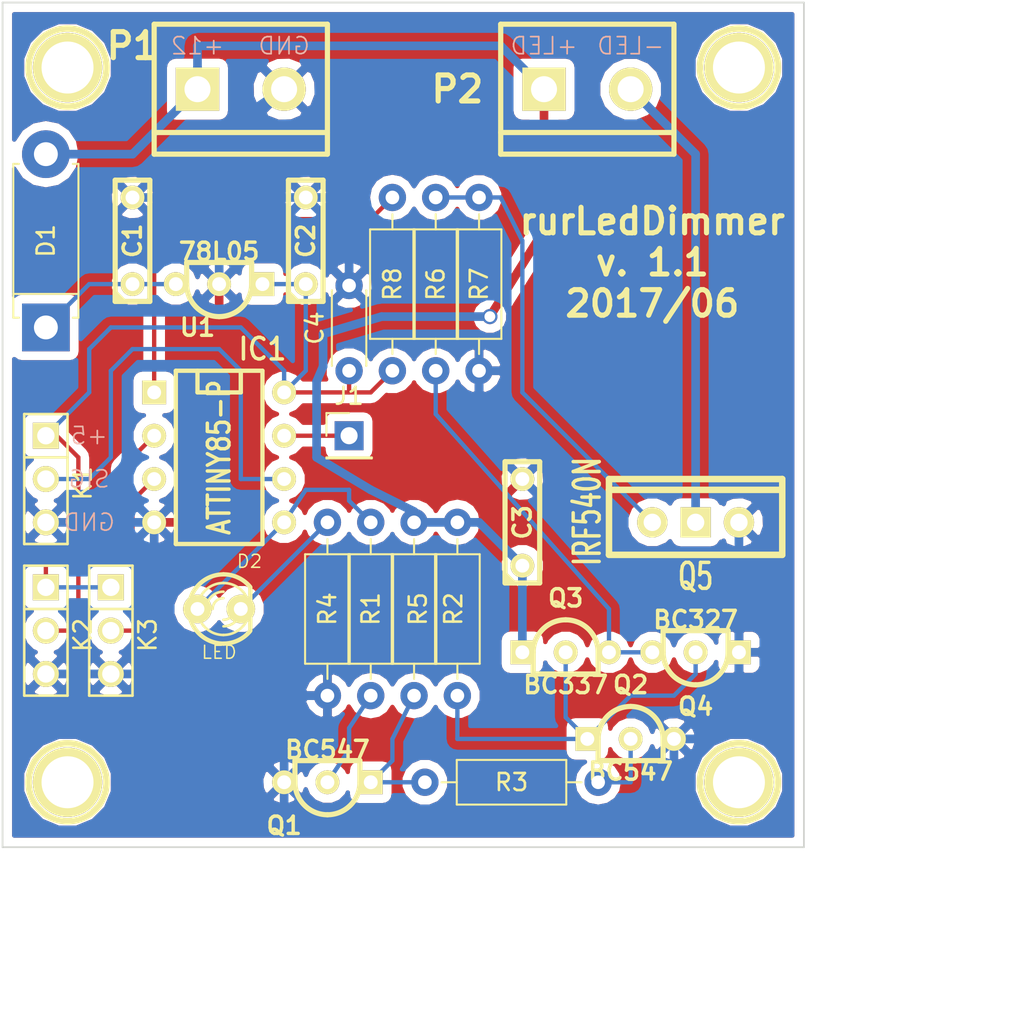
<source format=kicad_pcb>
(kicad_pcb (version 4) (host pcbnew 4.0.6)

  (general
    (links 50)
    (no_connects 0)
    (area 13.919999 23.7998 77.7 85.25)
    (thickness 1.6)
    (drawings 14)
    (tracks 143)
    (zones 0)
    (modules 31)
    (nets 19)
  )

  (page A3)
  (title_block
    (rev 2)
  )

  (layers
    (0 F.Cu signal)
    (31 B.Cu signal)
    (32 B.Adhes user)
    (33 F.Adhes user)
    (34 B.Paste user)
    (35 F.Paste user)
    (36 B.SilkS user)
    (37 F.SilkS user)
    (38 B.Mask user)
    (39 F.Mask user)
    (40 Dwgs.User user)
    (41 Cmts.User user)
    (42 Eco1.User user)
    (43 Eco2.User user)
    (44 Edge.Cuts user)
  )

  (setup
    (last_trace_width 0.254)
    (trace_clearance 0.254)
    (zone_clearance 0.508)
    (zone_45_only no)
    (trace_min 0.254)
    (segment_width 0.2)
    (edge_width 0.1)
    (via_size 0.889)
    (via_drill 0.635)
    (via_min_size 0.889)
    (via_min_drill 0.508)
    (uvia_size 0.508)
    (uvia_drill 0.127)
    (uvias_allowed no)
    (uvia_min_size 0.508)
    (uvia_min_drill 0.127)
    (pcb_text_width 0.3)
    (pcb_text_size 1.5 1.5)
    (mod_edge_width 0.15)
    (mod_text_size 1 1)
    (mod_text_width 0.15)
    (pad_size 4.064 4.064)
    (pad_drill 3.048)
    (pad_to_mask_clearance 0)
    (aux_axis_origin 0 0)
    (visible_elements 7FFFEFFF)
    (pcbplotparams
      (layerselection 0x010f0_80000001)
      (usegerberextensions true)
      (excludeedgelayer false)
      (linewidth 0.150000)
      (plotframeref false)
      (viasonmask false)
      (mode 1)
      (useauxorigin false)
      (hpglpennumber 1)
      (hpglpenspeed 20)
      (hpglpendiameter 15)
      (hpglpenoverlay 2)
      (psnegative false)
      (psa4output false)
      (plotreference true)
      (plotvalue false)
      (plotinvisibletext false)
      (padsonsilk true)
      (subtractmaskfromsilk false)
      (outputformat 1)
      (mirror false)
      (drillshape 0)
      (scaleselection 1)
      (outputdirectory gbr/))
  )

  (net 0 "")
  (net 1 +12V)
  (net 2 +5V)
  (net 3 "/IR SIG")
  (net 4 /SIG3)
  (net 5 /SIG4)
  (net 6 GND)
  (net 7 "Net-(C1-Pad1)")
  (net 8 "Net-(D2-Pad1)")
  (net 9 "Net-(D2-Pad2)")
  (net 10 "Net-(IC1-Pad1)")
  (net 11 "Net-(IC1-Pad7)")
  (net 12 "Net-(P2-Pad2)")
  (net 13 "Net-(Q1-Pad1)")
  (net 14 "Net-(Q1-Pad2)")
  (net 15 "Net-(Q2-Pad1)")
  (net 16 "Net-(Q2-Pad2)")
  (net 17 "Net-(Q3-Pad3)")
  (net 18 "Net-(Q5-Pad2)")

  (net_class Default "This is the default net class."
    (clearance 0.254)
    (trace_width 0.254)
    (via_dia 0.889)
    (via_drill 0.635)
    (uvia_dia 0.508)
    (uvia_drill 0.127)
    (add_net +5V)
    (add_net "/IR SIG")
    (add_net /SIG3)
    (add_net /SIG4)
    (add_net "Net-(C1-Pad1)")
    (add_net "Net-(D2-Pad1)")
    (add_net "Net-(D2-Pad2)")
    (add_net "Net-(IC1-Pad1)")
    (add_net "Net-(IC1-Pad7)")
    (add_net "Net-(P2-Pad2)")
    (add_net "Net-(Q1-Pad1)")
    (add_net "Net-(Q1-Pad2)")
    (add_net "Net-(Q2-Pad1)")
    (add_net "Net-(Q2-Pad2)")
    (add_net "Net-(Q3-Pad3)")
    (add_net "Net-(Q5-Pad2)")
  )

  (net_class Power ""
    (clearance 0.254)
    (trace_width 0.508)
    (via_dia 0.889)
    (via_drill 0.635)
    (uvia_dia 0.508)
    (uvia_drill 0.127)
    (add_net +12V)
    (add_net GND)
  )

  (module PIN_ARRAY_3X1 (layer F.Cu) (tedit 4C1130E0) (tstamp 53C6C214)
    (at 16.51 52.07 270)
    (descr "Connecteur 3 pins")
    (tags "CONN DEV")
    (path /53C6BA1B)
    (fp_text reference K1 (at 0.254 -2.159 270) (layer F.SilkS)
      (effects (font (size 1.016 1.016) (thickness 0.1524)))
    )
    (fp_text value CONN_3 (at 0 -2.159 270) (layer F.SilkS) hide
      (effects (font (size 1.016 1.016) (thickness 0.1524)))
    )
    (fp_line (start -3.81 1.27) (end -3.81 -1.27) (layer F.SilkS) (width 0.1524))
    (fp_line (start -3.81 -1.27) (end 3.81 -1.27) (layer F.SilkS) (width 0.1524))
    (fp_line (start 3.81 -1.27) (end 3.81 1.27) (layer F.SilkS) (width 0.1524))
    (fp_line (start 3.81 1.27) (end -3.81 1.27) (layer F.SilkS) (width 0.1524))
    (fp_line (start -1.27 -1.27) (end -1.27 1.27) (layer F.SilkS) (width 0.1524))
    (pad 1 thru_hole rect (at -2.54 0 270) (size 1.524 1.524) (drill 1.016) (layers *.Cu *.Mask F.SilkS)
      (net 2 +5V))
    (pad 2 thru_hole circle (at 0 0 270) (size 1.524 1.524) (drill 1.016) (layers *.Cu *.Mask F.SilkS)
      (net 3 "/IR SIG"))
    (pad 3 thru_hole circle (at 2.54 0 270) (size 1.524 1.524) (drill 1.016) (layers *.Cu *.Mask F.SilkS)
      (net 6 GND))
    (model pin_array/pins_array_3x1.wrl
      (at (xyz 0 0 0))
      (scale (xyz 1 1 1))
      (rotate (xyz 0 0 0))
    )
  )

  (module LED-3MM (layer F.Cu) (tedit 50ADE848) (tstamp 53C6C22D)
    (at 26.67 59.69)
    (descr "LED 3mm - Lead pitch 100mil (2,54mm)")
    (tags "LED led 3mm 3MM 100mil 2,54mm")
    (path /53C6B8C8)
    (fp_text reference D2 (at 1.778 -2.794) (layer F.SilkS)
      (effects (font (size 0.762 0.762) (thickness 0.0889)))
    )
    (fp_text value LED (at 0 2.54) (layer F.SilkS)
      (effects (font (size 0.762 0.762) (thickness 0.0889)))
    )
    (fp_line (start 1.8288 1.27) (end 1.8288 -1.27) (layer F.SilkS) (width 0.254))
    (fp_arc (start 0.254 0) (end -1.27 0) (angle 39.8) (layer F.SilkS) (width 0.1524))
    (fp_arc (start 0.254 0) (end -0.88392 1.01092) (angle 41.6) (layer F.SilkS) (width 0.1524))
    (fp_arc (start 0.254 0) (end 1.4097 -0.9906) (angle 40.6) (layer F.SilkS) (width 0.1524))
    (fp_arc (start 0.254 0) (end 1.778 0) (angle 39.8) (layer F.SilkS) (width 0.1524))
    (fp_arc (start 0.254 0) (end 0.254 -1.524) (angle 54.4) (layer F.SilkS) (width 0.1524))
    (fp_arc (start 0.254 0) (end -0.9652 -0.9144) (angle 53.1) (layer F.SilkS) (width 0.1524))
    (fp_arc (start 0.254 0) (end 1.45542 0.93472) (angle 52.1) (layer F.SilkS) (width 0.1524))
    (fp_arc (start 0.254 0) (end 0.254 1.524) (angle 52.1) (layer F.SilkS) (width 0.1524))
    (fp_arc (start 0.254 0) (end -0.381 0) (angle 90) (layer F.SilkS) (width 0.1524))
    (fp_arc (start 0.254 0) (end -0.762 0) (angle 90) (layer F.SilkS) (width 0.1524))
    (fp_arc (start 0.254 0) (end 0.889 0) (angle 90) (layer F.SilkS) (width 0.1524))
    (fp_arc (start 0.254 0) (end 1.27 0) (angle 90) (layer F.SilkS) (width 0.1524))
    (fp_arc (start 0.254 0) (end 0.254 -2.032) (angle 50.1) (layer F.SilkS) (width 0.254))
    (fp_arc (start 0.254 0) (end -1.5367 -0.95504) (angle 61.9) (layer F.SilkS) (width 0.254))
    (fp_arc (start 0.254 0) (end 1.8034 1.31064) (angle 49.7) (layer F.SilkS) (width 0.254))
    (fp_arc (start 0.254 0) (end 0.254 2.032) (angle 60.2) (layer F.SilkS) (width 0.254))
    (fp_arc (start 0.254 0) (end -1.778 0) (angle 28.3) (layer F.SilkS) (width 0.254))
    (fp_arc (start 0.254 0) (end -1.47574 1.06426) (angle 31.6) (layer F.SilkS) (width 0.254))
    (pad 1 thru_hole circle (at -1.27 0) (size 1.6764 1.6764) (drill 0.8128) (layers *.Cu *.Mask F.SilkS)
      (net 8 "Net-(D2-Pad1)"))
    (pad 2 thru_hole circle (at 1.27 0) (size 1.6764 1.6764) (drill 0.8128) (layers *.Cu *.Mask F.SilkS)
      (net 9 "Net-(D2-Pad2)"))
    (model discret/leds/led3_vertical_verde.wrl
      (at (xyz 0 0 0))
      (scale (xyz 1 1 1))
      (rotate (xyz 0 0 0))
    )
  )

  (module C2 (layer F.Cu) (tedit 200000) (tstamp 53C6C248)
    (at 31.75 38.1 90)
    (descr "Condensateur = 2 pas")
    (tags C)
    (path /53C6AE5F)
    (fp_text reference C2 (at 0 0 90) (layer F.SilkS)
      (effects (font (size 1.016 1.016) (thickness 0.2032)))
    )
    (fp_text value 0.1uF (at 0 0 90) (layer F.SilkS) hide
      (effects (font (size 1.016 1.016) (thickness 0.2032)))
    )
    (fp_line (start -3.556 -1.016) (end 3.556 -1.016) (layer F.SilkS) (width 0.3048))
    (fp_line (start 3.556 -1.016) (end 3.556 1.016) (layer F.SilkS) (width 0.3048))
    (fp_line (start 3.556 1.016) (end -3.556 1.016) (layer F.SilkS) (width 0.3048))
    (fp_line (start -3.556 1.016) (end -3.556 -1.016) (layer F.SilkS) (width 0.3048))
    (fp_line (start -3.556 -0.508) (end -3.048 -1.016) (layer F.SilkS) (width 0.3048))
    (pad 1 thru_hole circle (at -2.54 0 90) (size 1.397 1.397) (drill 0.8128) (layers *.Cu *.Mask F.SilkS)
      (net 2 +5V))
    (pad 2 thru_hole circle (at 2.54 0 90) (size 1.397 1.397) (drill 0.8128) (layers *.Cu *.Mask F.SilkS)
      (net 6 GND))
    (model discret/capa_2pas_5x5mm.wrl
      (at (xyz 0 0 0))
      (scale (xyz 1 1 1))
      (rotate (xyz 0 0 0))
    )
  )

  (module C2 (layer F.Cu) (tedit 200000) (tstamp 53C6C253)
    (at 21.59 38.1 90)
    (descr "Condensateur = 2 pas")
    (tags C)
    (path /53C6AE50)
    (fp_text reference C1 (at 0 0 90) (layer F.SilkS)
      (effects (font (size 1.016 1.016) (thickness 0.2032)))
    )
    (fp_text value 0.33uF (at 0 0 90) (layer F.SilkS) hide
      (effects (font (size 1.016 1.016) (thickness 0.2032)))
    )
    (fp_line (start -3.556 -1.016) (end 3.556 -1.016) (layer F.SilkS) (width 0.3048))
    (fp_line (start 3.556 -1.016) (end 3.556 1.016) (layer F.SilkS) (width 0.3048))
    (fp_line (start 3.556 1.016) (end -3.556 1.016) (layer F.SilkS) (width 0.3048))
    (fp_line (start -3.556 1.016) (end -3.556 -1.016) (layer F.SilkS) (width 0.3048))
    (fp_line (start -3.556 -0.508) (end -3.048 -1.016) (layer F.SilkS) (width 0.3048))
    (pad 1 thru_hole circle (at -2.54 0 90) (size 1.397 1.397) (drill 0.8128) (layers *.Cu *.Mask F.SilkS)
      (net 7 "Net-(C1-Pad1)"))
    (pad 2 thru_hole circle (at 2.54 0 90) (size 1.397 1.397) (drill 0.8128) (layers *.Cu *.Mask F.SilkS)
      (net 6 GND))
    (model discret/capa_2pas_5x5mm.wrl
      (at (xyz 0 0 0))
      (scale (xyz 1 1 1))
      (rotate (xyz 0 0 0))
    )
  )

  (module bornier2 (layer F.Cu) (tedit 59307027) (tstamp 53C6C25E)
    (at 27.94 29.21)
    (descr "Bornier d'alimentation 2 pins")
    (tags DEV)
    (path /53C6AED7)
    (fp_text reference P1 (at -6.35 -2.54) (layer F.SilkS)
      (effects (font (thickness 0.3048)))
    )
    (fp_text value CONN_2 (at 0 5.08) (layer F.SilkS) hide
      (effects (font (thickness 0.3048)))
    )
    (fp_line (start 5.08 2.54) (end -5.08 2.54) (layer F.SilkS) (width 0.3048))
    (fp_line (start 5.08 3.81) (end 5.08 -3.81) (layer F.SilkS) (width 0.3048))
    (fp_line (start 5.08 -3.81) (end -5.08 -3.81) (layer F.SilkS) (width 0.3048))
    (fp_line (start -5.08 -3.81) (end -5.08 3.81) (layer F.SilkS) (width 0.3048))
    (fp_line (start -5.08 3.81) (end 5.08 3.81) (layer F.SilkS) (width 0.3048))
    (pad 1 thru_hole rect (at -2.54 0) (size 2.54 2.54) (drill 1.524) (layers *.Cu *.Mask F.SilkS)
      (net 1 +12V))
    (pad 2 thru_hole circle (at 2.54 0) (size 2.54 2.54) (drill 1.524) (layers *.Cu *.Mask F.SilkS)
      (net 6 GND))
    (model device/bornier_2.wrl
      (at (xyz 0 0 0))
      (scale (xyz 1 1 1))
      (rotate (xyz 0 0 0))
    )
  )

  (module bornier2 (layer F.Cu) (tedit 5930701F) (tstamp 53C6C269)
    (at 48.26 29.21)
    (descr "Bornier d'alimentation 2 pins")
    (tags DEV)
    (path /53C6C334)
    (fp_text reference P2 (at -7.62 0) (layer F.SilkS)
      (effects (font (thickness 0.3048)))
    )
    (fp_text value CONN_2 (at 0 5.08) (layer F.SilkS) hide
      (effects (font (thickness 0.3048)))
    )
    (fp_line (start 5.08 2.54) (end -5.08 2.54) (layer F.SilkS) (width 0.3048))
    (fp_line (start 5.08 3.81) (end 5.08 -3.81) (layer F.SilkS) (width 0.3048))
    (fp_line (start 5.08 -3.81) (end -5.08 -3.81) (layer F.SilkS) (width 0.3048))
    (fp_line (start -5.08 -3.81) (end -5.08 3.81) (layer F.SilkS) (width 0.3048))
    (fp_line (start -5.08 3.81) (end 5.08 3.81) (layer F.SilkS) (width 0.3048))
    (pad 1 thru_hole rect (at -2.54 0) (size 2.54 2.54) (drill 1.524) (layers *.Cu *.Mask F.SilkS)
      (net 1 +12V))
    (pad 2 thru_hole circle (at 2.54 0) (size 2.54 2.54) (drill 1.524) (layers *.Cu *.Mask F.SilkS)
      (net 12 "Net-(P2-Pad2)"))
    (model device/bornier_2.wrl
      (at (xyz 0 0 0))
      (scale (xyz 1 1 1))
      (rotate (xyz 0 0 0))
    )
  )

  (module DIP-8__300 (layer F.Cu) (tedit 53D69865) (tstamp 53C6C27C)
    (at 26.67 50.8 270)
    (descr "8 pins DIL package, round pads")
    (tags DIL)
    (path /53C6B5A6)
    (fp_text reference IC1 (at -6.35 -2.54 360) (layer F.SilkS)
      (effects (font (size 1.27 1.143) (thickness 0.2032)))
    )
    (fp_text value ATTINY85-P (at 0 0 270) (layer F.SilkS)
      (effects (font (size 1.27 1.016) (thickness 0.2032)))
    )
    (fp_line (start -5.08 -1.27) (end -3.81 -1.27) (layer F.SilkS) (width 0.254))
    (fp_line (start -3.81 -1.27) (end -3.81 1.27) (layer F.SilkS) (width 0.254))
    (fp_line (start -3.81 1.27) (end -5.08 1.27) (layer F.SilkS) (width 0.254))
    (fp_line (start -5.08 -2.54) (end 5.08 -2.54) (layer F.SilkS) (width 0.254))
    (fp_line (start 5.08 -2.54) (end 5.08 2.54) (layer F.SilkS) (width 0.254))
    (fp_line (start 5.08 2.54) (end -5.08 2.54) (layer F.SilkS) (width 0.254))
    (fp_line (start -5.08 2.54) (end -5.08 -2.54) (layer F.SilkS) (width 0.254))
    (pad 1 thru_hole rect (at -3.81 3.81 270) (size 1.397 1.397) (drill 0.8128) (layers *.Cu *.Mask F.SilkS)
      (net 10 "Net-(IC1-Pad1)"))
    (pad 2 thru_hole circle (at -1.27 3.81 270) (size 1.397 1.397) (drill 0.8128) (layers *.Cu *.Mask F.SilkS)
      (net 4 /SIG3))
    (pad 3 thru_hole circle (at 1.27 3.81 270) (size 1.397 1.397) (drill 0.8128) (layers *.Cu *.Mask F.SilkS)
      (net 5 /SIG4))
    (pad 4 thru_hole circle (at 3.81 3.81 270) (size 1.397 1.397) (drill 0.8128) (layers *.Cu *.Mask F.SilkS)
      (net 6 GND))
    (pad 5 thru_hole circle (at 3.81 -3.81 270) (size 1.397 1.397) (drill 0.8128) (layers *.Cu *.Mask F.SilkS)
      (net 8 "Net-(D2-Pad1)"))
    (pad 6 thru_hole circle (at 1.27 -3.81 270) (size 1.397 1.397) (drill 0.8128) (layers *.Cu *.Mask F.SilkS)
      (net 3 "/IR SIG"))
    (pad 7 thru_hole circle (at -1.27 -3.81 270) (size 1.397 1.397) (drill 0.8128) (layers *.Cu *.Mask F.SilkS)
      (net 11 "Net-(IC1-Pad7)"))
    (pad 8 thru_hole circle (at -3.81 -3.81 270) (size 1.397 1.397) (drill 0.8128) (layers *.Cu *.Mask F.SilkS)
      (net 2 +5V))
    (model dil/dil_8.wrl
      (at (xyz 0 0 0))
      (scale (xyz 1 1 1))
      (rotate (xyz 0 0 0))
    )
  )

  (module TO92flat (layer F.Cu) (tedit 53D545CF) (tstamp 53D583CC)
    (at 33.02 69.85)
    (descr "Transistor TO92 brochage type BC237")
    (tags "TR TO92")
    (path /53C6BBE6)
    (fp_text reference Q1 (at -2.54 2.54) (layer F.SilkS)
      (effects (font (size 1.016 1.016) (thickness 0.2032)))
    )
    (fp_text value BC547 (at 0 -1.905) (layer F.SilkS)
      (effects (font (size 1.016 1.016) (thickness 0.2032)))
    )
    (fp_line (start -1.905 -1.27) (end -1.905 0) (layer F.SilkS) (width 0.3048))
    (fp_line (start 1.905 -1.27) (end 1.905 0) (layer F.SilkS) (width 0.3048))
    (fp_arc (start 0 0) (end 0 1.905) (angle 90) (layer F.SilkS) (width 0.3048))
    (fp_arc (start 0 0) (end 1.905 0) (angle 90) (layer F.SilkS) (width 0.3048))
    (fp_line (start -1.905 -1.27) (end 1.905 -1.27) (layer F.SilkS) (width 0.3048))
    (pad 1 thru_hole rect (at 2.54 0) (size 1.397 1.397) (drill 0.8128) (layers *.Cu *.Mask F.SilkS)
      (net 13 "Net-(Q1-Pad1)"))
    (pad 2 thru_hole circle (at 0 0) (size 1.397 1.397) (drill 0.8128) (layers *.Cu *.Mask F.SilkS)
      (net 14 "Net-(Q1-Pad2)"))
    (pad 3 thru_hole circle (at -2.54 0) (size 1.397 1.397) (drill 0.8128) (layers *.Cu *.Mask F.SilkS)
      (net 6 GND))
    (model discret/to98.wrl
      (at (xyz 0 0 0))
      (scale (xyz 1 1 1))
      (rotate (xyz 0 0 0))
    )
  )

  (module TO92flat (layer F.Cu) (tedit 53D52961) (tstamp 53D5840F)
    (at 50.8 67.31 180)
    (descr "Transistor TO92 brochage type BC237")
    (tags "TR TO92")
    (path /53C6BDDC)
    (fp_text reference Q2 (at 0 3.175 180) (layer F.SilkS)
      (effects (font (size 1.016 1.016) (thickness 0.2032)))
    )
    (fp_text value BC547 (at 0 -1.905 180) (layer F.SilkS)
      (effects (font (size 1.016 1.016) (thickness 0.2032)))
    )
    (fp_line (start -1.905 -1.27) (end -1.905 0) (layer F.SilkS) (width 0.3048))
    (fp_line (start 1.905 -1.27) (end 1.905 0) (layer F.SilkS) (width 0.3048))
    (fp_arc (start 0 0) (end 0 1.905) (angle 90) (layer F.SilkS) (width 0.3048))
    (fp_arc (start 0 0) (end 1.905 0) (angle 90) (layer F.SilkS) (width 0.3048))
    (fp_line (start -1.905 -1.27) (end 1.905 -1.27) (layer F.SilkS) (width 0.3048))
    (pad 1 thru_hole rect (at 2.54 0 180) (size 1.397 1.397) (drill 0.8128) (layers *.Cu *.Mask F.SilkS)
      (net 15 "Net-(Q2-Pad1)"))
    (pad 2 thru_hole circle (at 0 0 180) (size 1.397 1.397) (drill 0.8128) (layers *.Cu *.Mask F.SilkS)
      (net 16 "Net-(Q2-Pad2)"))
    (pad 3 thru_hole circle (at -2.54 0 180) (size 1.397 1.397) (drill 0.8128) (layers *.Cu *.Mask F.SilkS)
      (net 6 GND))
    (model discret/to98.wrl
      (at (xyz 0 0 0))
      (scale (xyz 1 1 1))
      (rotate (xyz 0 0 0))
    )
  )

  (module TO92flat (layer F.Cu) (tedit 53D52961) (tstamp 53D5841B)
    (at 46.99 62.23 180)
    (descr "Transistor TO92 brochage type BC237")
    (tags "TR TO92")
    (path /53C6BE98)
    (fp_text reference Q3 (at 0 3.175 180) (layer F.SilkS)
      (effects (font (size 1.016 1.016) (thickness 0.2032)))
    )
    (fp_text value BC337 (at 0 -1.905 180) (layer F.SilkS)
      (effects (font (size 1.016 1.016) (thickness 0.2032)))
    )
    (fp_line (start -1.905 -1.27) (end -1.905 0) (layer F.SilkS) (width 0.3048))
    (fp_line (start 1.905 -1.27) (end 1.905 0) (layer F.SilkS) (width 0.3048))
    (fp_arc (start 0 0) (end 0 1.905) (angle 90) (layer F.SilkS) (width 0.3048))
    (fp_arc (start 0 0) (end 1.905 0) (angle 90) (layer F.SilkS) (width 0.3048))
    (fp_line (start -1.905 -1.27) (end 1.905 -1.27) (layer F.SilkS) (width 0.3048))
    (pad 1 thru_hole rect (at 2.54 0 180) (size 1.397 1.397) (drill 0.8128) (layers *.Cu *.Mask F.SilkS)
      (net 1 +12V))
    (pad 2 thru_hole circle (at 0 0 180) (size 1.397 1.397) (drill 0.8128) (layers *.Cu *.Mask F.SilkS)
      (net 15 "Net-(Q2-Pad1)"))
    (pad 3 thru_hole circle (at -2.54 0 180) (size 1.397 1.397) (drill 0.8128) (layers *.Cu *.Mask F.SilkS)
      (net 17 "Net-(Q3-Pad3)"))
    (model discret/to98.wrl
      (at (xyz 0 0 0))
      (scale (xyz 1 1 1))
      (rotate (xyz 0 0 0))
    )
  )

  (module TO92flat (layer F.Cu) (tedit 53D52961) (tstamp 53D58427)
    (at 54.61 62.23)
    (descr "Transistor TO92 brochage type BC237")
    (tags "TR TO92")
    (path /53C6BEB6)
    (fp_text reference Q4 (at 0 3.175) (layer F.SilkS)
      (effects (font (size 1.016 1.016) (thickness 0.2032)))
    )
    (fp_text value BC327 (at 0 -1.905) (layer F.SilkS)
      (effects (font (size 1.016 1.016) (thickness 0.2032)))
    )
    (fp_line (start -1.905 -1.27) (end -1.905 0) (layer F.SilkS) (width 0.3048))
    (fp_line (start 1.905 -1.27) (end 1.905 0) (layer F.SilkS) (width 0.3048))
    (fp_arc (start 0 0) (end 0 1.905) (angle 90) (layer F.SilkS) (width 0.3048))
    (fp_arc (start 0 0) (end 1.905 0) (angle 90) (layer F.SilkS) (width 0.3048))
    (fp_line (start -1.905 -1.27) (end 1.905 -1.27) (layer F.SilkS) (width 0.3048))
    (pad 1 thru_hole rect (at 2.54 0) (size 1.397 1.397) (drill 0.8128) (layers *.Cu *.Mask F.SilkS)
      (net 6 GND))
    (pad 2 thru_hole circle (at 0 0) (size 1.397 1.397) (drill 0.8128) (layers *.Cu *.Mask F.SilkS)
      (net 15 "Net-(Q2-Pad1)"))
    (pad 3 thru_hole circle (at -2.54 0) (size 1.397 1.397) (drill 0.8128) (layers *.Cu *.Mask F.SilkS)
      (net 17 "Net-(Q3-Pad3)"))
    (model discret/to98.wrl
      (at (xyz 0 0 0))
      (scale (xyz 1 1 1))
      (rotate (xyz 0 0 0))
    )
  )

  (module TO92_78L05 (layer F.Cu) (tedit 53D69871) (tstamp 53D586D9)
    (at 26.67 40.64)
    (descr "Transistor TO92 brochage type BC237")
    (tags "TR TO92")
    (path /53C6AE3B)
    (fp_text reference U1 (at -1.27 2.54) (layer F.SilkS)
      (effects (font (size 1.016 1.016) (thickness 0.2032)))
    )
    (fp_text value 78L05 (at 0 -1.905) (layer F.SilkS)
      (effects (font (size 1.016 1.016) (thickness 0.2032)))
    )
    (fp_line (start -1.905 -1.27) (end -1.905 0) (layer F.SilkS) (width 0.3048))
    (fp_line (start 1.905 -1.27) (end 1.905 0) (layer F.SilkS) (width 0.3048))
    (fp_arc (start 0 0) (end 0 1.905) (angle 90) (layer F.SilkS) (width 0.3048))
    (fp_arc (start 0 0) (end 1.905 0) (angle 90) (layer F.SilkS) (width 0.3048))
    (fp_line (start -1.905 -1.27) (end 1.905 -1.27) (layer F.SilkS) (width 0.3048))
    (pad VO thru_hole rect (at 2.54 0) (size 1.397 1.397) (drill 0.8128) (layers *.Cu *.Mask F.SilkS)
      (net 2 +5V))
    (pad GND thru_hole circle (at 0 0) (size 1.397 1.397) (drill 0.8128) (layers *.Cu *.Mask F.SilkS)
      (net 6 GND))
    (pad VI thru_hole circle (at -2.54 0) (size 1.397 1.397) (drill 0.8128) (layers *.Cu *.Mask F.SilkS)
      (net 7 "Net-(C1-Pad1)"))
    (model discret/to98.wrl
      (at (xyz 0 0 0))
      (scale (xyz 1 1 1))
      (rotate (xyz 0 0 0))
    )
  )

  (module TO220_IRF540N (layer F.Cu) (tedit 53D53A29) (tstamp 53D587A3)
    (at 54.61 54.61 90)
    (descr "Regulateur TO220 serie LM78xx")
    (tags "TR TO220")
    (path /53C6C2A3)
    (fp_text reference Q5 (at -3.175 0 180) (layer F.SilkS)
      (effects (font (size 1.524 1.016) (thickness 0.2032)))
    )
    (fp_text value IRF540N (at 0.635 -6.35 90) (layer F.SilkS)
      (effects (font (size 1.524 1.016) (thickness 0.2032)))
    )
    (fp_line (start 1.905 -5.08) (end 2.54 -5.08) (layer F.SilkS) (width 0.381))
    (fp_line (start 2.54 -5.08) (end 2.54 5.08) (layer F.SilkS) (width 0.381))
    (fp_line (start 2.54 5.08) (end 1.905 5.08) (layer F.SilkS) (width 0.381))
    (fp_line (start -1.905 -5.08) (end 1.905 -5.08) (layer F.SilkS) (width 0.381))
    (fp_line (start 1.905 -5.08) (end 1.905 5.08) (layer F.SilkS) (width 0.381))
    (fp_line (start 1.905 5.08) (end -1.905 5.08) (layer F.SilkS) (width 0.381))
    (fp_line (start -1.905 5.08) (end -1.905 -5.08) (layer F.SilkS) (width 0.381))
    (pad 2 thru_hole circle (at 0 -2.54 90) (size 1.778 1.778) (drill 1.016) (layers *.Cu *.Mask F.SilkS)
      (net 18 "Net-(Q5-Pad2)"))
    (pad 3 thru_hole circle (at 0 2.54 90) (size 1.778 1.778) (drill 1.016) (layers *.Cu *.Mask F.SilkS)
      (net 6 GND))
    (pad 1 thru_hole rect (at 0 0 90) (size 1.778 1.778) (drill 1.016) (layers *.Cu *.Mask F.SilkS)
      (net 12 "Net-(P2-Pad2)"))
  )

  (module 1pin (layer F.Cu) (tedit 5434228D) (tstamp 53D6F95B)
    (at 17.78 69.85)
    (descr "module 1 pin (ou trou mecanique de percage)")
    (tags DEV)
    (path 1pin)
    (fp_text reference 1PIN (at 0 -3.048) (layer F.SilkS) hide
      (effects (font (size 1.016 1.016) (thickness 0.254)))
    )
    (fp_text value P*** (at 0 2.794) (layer F.SilkS) hide
      (effects (font (size 1.016 1.016) (thickness 0.254)))
    )
    (fp_circle (center 0 0) (end 0 -2.286) (layer F.SilkS) (width 0.381))
    (pad 1 thru_hole circle (at 0 0) (size 4.064 4.064) (drill 3.048) (layers *.Cu *.Mask F.SilkS))
  )

  (module 1pin (layer F.Cu) (tedit 5434227F) (tstamp 53D6F96B)
    (at 57.15 69.85)
    (descr "module 1 pin (ou trou mecanique de percage)")
    (tags DEV)
    (path 1pin)
    (fp_text reference 1PIN (at 0 -3.048) (layer F.SilkS) hide
      (effects (font (size 1.016 1.016) (thickness 0.254)))
    )
    (fp_text value P*** (at 0 2.794) (layer F.SilkS) hide
      (effects (font (size 1.016 1.016) (thickness 0.254)))
    )
    (fp_circle (center 0 0) (end 0 -2.286) (layer F.SilkS) (width 0.381))
    (pad 1 thru_hole circle (at 0 0) (size 4.064 4.064) (drill 3.048) (layers *.Cu *.Mask F.SilkS))
  )

  (module 1pin (layer F.Cu) (tedit 54342285) (tstamp 53D6F97D)
    (at 57.15 27.94)
    (descr "module 1 pin (ou trou mecanique de percage)")
    (tags DEV)
    (path 1pin)
    (fp_text reference 1PIN (at 0 -3.048) (layer F.SilkS) hide
      (effects (font (size 1.016 1.016) (thickness 0.254)))
    )
    (fp_text value P*** (at 0 2.794) (layer F.SilkS) hide
      (effects (font (size 1.016 1.016) (thickness 0.254)))
    )
    (fp_circle (center 0 0) (end 0 -2.286) (layer F.SilkS) (width 0.381))
    (pad 1 thru_hole circle (at 0 0) (size 4.064 4.064) (drill 3.048) (layers *.Cu *.Mask F.SilkS))
  )

  (module 1pin (layer F.Cu) (tedit 54342289) (tstamp 53D6F988)
    (at 17.78 27.94)
    (descr "module 1 pin (ou trou mecanique de percage)")
    (tags DEV)
    (path 1pin)
    (fp_text reference 1PIN (at 0 -3.048) (layer F.SilkS) hide
      (effects (font (size 1.016 1.016) (thickness 0.254)))
    )
    (fp_text value P*** (at 0 2.794) (layer F.SilkS) hide
      (effects (font (size 1.016 1.016) (thickness 0.254)))
    )
    (fp_circle (center 0 0) (end 0 -2.286) (layer F.SilkS) (width 0.381))
    (pad 1 thru_hole circle (at 0 0) (size 4.064 4.064) (drill 3.048) (layers *.Cu *.Mask F.SilkS))
  )

  (module C2 (layer F.Cu) (tedit 200000) (tstamp 53DBB761)
    (at 44.45 54.61 90)
    (descr "Condensateur = 2 pas")
    (tags C)
    (path /53DBB802)
    (fp_text reference C3 (at 0 0 90) (layer F.SilkS)
      (effects (font (size 1.016 1.016) (thickness 0.2032)))
    )
    (fp_text value 10u (at 0 0 90) (layer F.SilkS) hide
      (effects (font (size 1.016 1.016) (thickness 0.2032)))
    )
    (fp_line (start -3.556 -1.016) (end 3.556 -1.016) (layer F.SilkS) (width 0.3048))
    (fp_line (start 3.556 -1.016) (end 3.556 1.016) (layer F.SilkS) (width 0.3048))
    (fp_line (start 3.556 1.016) (end -3.556 1.016) (layer F.SilkS) (width 0.3048))
    (fp_line (start -3.556 1.016) (end -3.556 -1.016) (layer F.SilkS) (width 0.3048))
    (fp_line (start -3.556 -0.508) (end -3.048 -1.016) (layer F.SilkS) (width 0.3048))
    (pad 1 thru_hole circle (at -2.54 0 90) (size 1.397 1.397) (drill 0.8128) (layers *.Cu *.Mask F.SilkS)
      (net 1 +12V))
    (pad 2 thru_hole circle (at 2.54 0 90) (size 1.397 1.397) (drill 0.8128) (layers *.Cu *.Mask F.SilkS)
      (net 6 GND))
    (model discret/capa_2pas_5x5mm.wrl
      (at (xyz 0 0 0))
      (scale (xyz 1 1 1))
      (rotate (xyz 0 0 0))
    )
  )

  (module PIN_ARRAY_3X1 (layer F.Cu) (tedit 4C1130E0) (tstamp 5434198D)
    (at 16.51 60.96 270)
    (descr "Connecteur 3 pins")
    (tags "CONN DEV")
    (path /543418C2)
    (fp_text reference K2 (at 0.254 -2.159 270) (layer F.SilkS)
      (effects (font (size 1.016 1.016) (thickness 0.1524)))
    )
    (fp_text value CONN_3 (at 0 -2.159 270) (layer F.SilkS) hide
      (effects (font (size 1.016 1.016) (thickness 0.1524)))
    )
    (fp_line (start -3.81 1.27) (end -3.81 -1.27) (layer F.SilkS) (width 0.1524))
    (fp_line (start -3.81 -1.27) (end 3.81 -1.27) (layer F.SilkS) (width 0.1524))
    (fp_line (start 3.81 -1.27) (end 3.81 1.27) (layer F.SilkS) (width 0.1524))
    (fp_line (start 3.81 1.27) (end -3.81 1.27) (layer F.SilkS) (width 0.1524))
    (fp_line (start -1.27 -1.27) (end -1.27 1.27) (layer F.SilkS) (width 0.1524))
    (pad 1 thru_hole rect (at -2.54 0 270) (size 1.524 1.524) (drill 1.016) (layers *.Cu *.Mask F.SilkS)
      (net 2 +5V))
    (pad 2 thru_hole circle (at 0 0 270) (size 1.524 1.524) (drill 1.016) (layers *.Cu *.Mask F.SilkS)
      (net 4 /SIG3))
    (pad 3 thru_hole circle (at 2.54 0 270) (size 1.524 1.524) (drill 1.016) (layers *.Cu *.Mask F.SilkS)
      (net 6 GND))
    (model pin_array/pins_array_3x1.wrl
      (at (xyz 0 0 0))
      (scale (xyz 1 1 1))
      (rotate (xyz 0 0 0))
    )
  )

  (module PIN_ARRAY_3X1 (layer F.Cu) (tedit 4C1130E0) (tstamp 54341999)
    (at 20.32 60.96 270)
    (descr "Connecteur 3 pins")
    (tags "CONN DEV")
    (path /543418D1)
    (fp_text reference K3 (at 0.254 -2.159 270) (layer F.SilkS)
      (effects (font (size 1.016 1.016) (thickness 0.1524)))
    )
    (fp_text value CONN_3 (at 0 -2.159 270) (layer F.SilkS) hide
      (effects (font (size 1.016 1.016) (thickness 0.1524)))
    )
    (fp_line (start -3.81 1.27) (end -3.81 -1.27) (layer F.SilkS) (width 0.1524))
    (fp_line (start -3.81 -1.27) (end 3.81 -1.27) (layer F.SilkS) (width 0.1524))
    (fp_line (start 3.81 -1.27) (end 3.81 1.27) (layer F.SilkS) (width 0.1524))
    (fp_line (start 3.81 1.27) (end -3.81 1.27) (layer F.SilkS) (width 0.1524))
    (fp_line (start -1.27 -1.27) (end -1.27 1.27) (layer F.SilkS) (width 0.1524))
    (pad 1 thru_hole rect (at -2.54 0 270) (size 1.524 1.524) (drill 1.016) (layers *.Cu *.Mask F.SilkS)
      (net 2 +5V))
    (pad 2 thru_hole circle (at 0 0 270) (size 1.524 1.524) (drill 1.016) (layers *.Cu *.Mask F.SilkS)
      (net 5 /SIG4))
    (pad 3 thru_hole circle (at 2.54 0 270) (size 1.524 1.524) (drill 1.016) (layers *.Cu *.Mask F.SilkS)
      (net 6 GND))
    (model pin_array/pins_array_3x1.wrl
      (at (xyz 0 0 0))
      (scale (xyz 1 1 1))
      (rotate (xyz 0 0 0))
    )
  )

  (module Capacitors_ThroughHole:C_Disc_D4.3mm_W1.9mm_P5.00mm (layer F.Cu) (tedit 5920C254) (tstamp 593064D0)
    (at 34.29 45.72 90)
    (descr "C, Disc series, Radial, pin pitch=5.00mm, , diameter*width=4.3*1.9mm^2, Capacitor, http://www.vishay.com/docs/45233/krseries.pdf")
    (tags "C Disc series Radial pin pitch 5.00mm  diameter 4.3mm width 1.9mm Capacitor")
    (path /5930B1EB)
    (fp_text reference C4 (at 2.5 -2.01 90) (layer F.SilkS)
      (effects (font (size 1 1) (thickness 0.15)))
    )
    (fp_text value 0.1uF (at 2.5 2.01 90) (layer F.Fab)
      (effects (font (size 1 1) (thickness 0.15)))
    )
    (fp_text user %R (at 2.5 0 90) (layer F.Fab)
      (effects (font (size 1 1) (thickness 0.15)))
    )
    (fp_line (start 0.35 -0.95) (end 0.35 0.95) (layer F.Fab) (width 0.1))
    (fp_line (start 0.35 0.95) (end 4.65 0.95) (layer F.Fab) (width 0.1))
    (fp_line (start 4.65 0.95) (end 4.65 -0.95) (layer F.Fab) (width 0.1))
    (fp_line (start 4.65 -0.95) (end 0.35 -0.95) (layer F.Fab) (width 0.1))
    (fp_line (start 0.29 -1.01) (end 4.71 -1.01) (layer F.SilkS) (width 0.12))
    (fp_line (start 0.29 1.01) (end 4.71 1.01) (layer F.SilkS) (width 0.12))
    (fp_line (start 0.29 -1.01) (end 0.29 -0.996) (layer F.SilkS) (width 0.12))
    (fp_line (start 0.29 0.996) (end 0.29 1.01) (layer F.SilkS) (width 0.12))
    (fp_line (start 4.71 -1.01) (end 4.71 -0.996) (layer F.SilkS) (width 0.12))
    (fp_line (start 4.71 0.996) (end 4.71 1.01) (layer F.SilkS) (width 0.12))
    (fp_line (start -1.05 -1.3) (end -1.05 1.3) (layer F.CrtYd) (width 0.05))
    (fp_line (start -1.05 1.3) (end 6.05 1.3) (layer F.CrtYd) (width 0.05))
    (fp_line (start 6.05 1.3) (end 6.05 -1.3) (layer F.CrtYd) (width 0.05))
    (fp_line (start 6.05 -1.3) (end -1.05 -1.3) (layer F.CrtYd) (width 0.05))
    (pad 1 thru_hole circle (at 0 0 90) (size 1.6 1.6) (drill 0.8) (layers *.Cu *.Mask)
      (net 2 +5V))
    (pad 2 thru_hole circle (at 5 0 90) (size 1.6 1.6) (drill 0.8) (layers *.Cu *.Mask)
      (net 6 GND))
    (model ${KISYS3DMOD}/Capacitors_THT.3dshapes/C_Disc_D4.3mm_W1.9mm_P5.00mm.wrl
      (at (xyz 0 0 0))
      (scale (xyz 0.393701 0.393701 0.393701))
      (rotate (xyz 0 0 0))
    )
  )

  (module Pin_Headers:Pin_Header_Straight_1x01_Pitch2.54mm (layer F.Cu) (tedit 58CD4EC1) (tstamp 593064D5)
    (at 34.29 49.53)
    (descr "Through hole straight pin header, 1x01, 2.54mm pitch, single row")
    (tags "Through hole pin header THT 1x01 2.54mm single row")
    (path /5930BCD6)
    (fp_text reference J1 (at 0 -2.33) (layer F.SilkS)
      (effects (font (size 1 1) (thickness 0.15)))
    )
    (fp_text value CONN_01X01 (at 0 2.33) (layer F.Fab)
      (effects (font (size 1 1) (thickness 0.15)))
    )
    (fp_line (start -1.27 -1.27) (end -1.27 1.27) (layer F.Fab) (width 0.1))
    (fp_line (start -1.27 1.27) (end 1.27 1.27) (layer F.Fab) (width 0.1))
    (fp_line (start 1.27 1.27) (end 1.27 -1.27) (layer F.Fab) (width 0.1))
    (fp_line (start 1.27 -1.27) (end -1.27 -1.27) (layer F.Fab) (width 0.1))
    (fp_line (start -1.33 1.27) (end -1.33 1.33) (layer F.SilkS) (width 0.12))
    (fp_line (start -1.33 1.33) (end 1.33 1.33) (layer F.SilkS) (width 0.12))
    (fp_line (start 1.33 1.33) (end 1.33 1.27) (layer F.SilkS) (width 0.12))
    (fp_line (start 1.33 1.27) (end -1.33 1.27) (layer F.SilkS) (width 0.12))
    (fp_line (start -1.33 0) (end -1.33 -1.33) (layer F.SilkS) (width 0.12))
    (fp_line (start -1.33 -1.33) (end 0 -1.33) (layer F.SilkS) (width 0.12))
    (fp_line (start -1.8 -1.8) (end -1.8 1.8) (layer F.CrtYd) (width 0.05))
    (fp_line (start -1.8 1.8) (end 1.8 1.8) (layer F.CrtYd) (width 0.05))
    (fp_line (start 1.8 1.8) (end 1.8 -1.8) (layer F.CrtYd) (width 0.05))
    (fp_line (start 1.8 -1.8) (end -1.8 -1.8) (layer F.CrtYd) (width 0.05))
    (fp_text user %R (at 0 -2.33) (layer F.Fab)
      (effects (font (size 1 1) (thickness 0.15)))
    )
    (pad 1 thru_hole rect (at 0 0) (size 1.7 1.7) (drill 1) (layers *.Cu *.Mask)
      (net 11 "Net-(IC1-Pad7)"))
    (model ${KISYS3DMOD}/Pin_Headers.3dshapes/Pin_Header_Straight_1x01_Pitch2.54mm.wrl
      (at (xyz 0 0 0))
      (scale (xyz 1 1 1))
      (rotate (xyz 0 0 90))
    )
  )

  (module Resistors_ThroughHole:R_Axial_DIN0207_L6.3mm_D2.5mm_P10.16mm_Horizontal (layer F.Cu) (tedit 593078E7) (tstamp 593064DB)
    (at 36.83 45.72 90)
    (descr "Resistor, Axial_DIN0207 series, Axial, Horizontal, pin pitch=10.16mm, 0.25W = 1/4W, length*diameter=6.3*2.5mm^2, http://cdn-reichelt.de/documents/datenblatt/B400/1_4W%23YAG.pdf")
    (tags "Resistor Axial_DIN0207 series Axial Horizontal pin pitch 10.16mm 0.25W = 1/4W length 6.3mm diameter 2.5mm")
    (path /59307074)
    (fp_text reference R8 (at 5.08 0 90) (layer F.SilkS)
      (effects (font (size 1 1) (thickness 0.15)))
    )
    (fp_text value 10K (at 5.08 2.31 90) (layer F.Fab)
      (effects (font (size 1 1) (thickness 0.15)))
    )
    (fp_line (start 1.93 -1.25) (end 1.93 1.25) (layer F.Fab) (width 0.1))
    (fp_line (start 1.93 1.25) (end 8.23 1.25) (layer F.Fab) (width 0.1))
    (fp_line (start 8.23 1.25) (end 8.23 -1.25) (layer F.Fab) (width 0.1))
    (fp_line (start 8.23 -1.25) (end 1.93 -1.25) (layer F.Fab) (width 0.1))
    (fp_line (start 0 0) (end 1.93 0) (layer F.Fab) (width 0.1))
    (fp_line (start 10.16 0) (end 8.23 0) (layer F.Fab) (width 0.1))
    (fp_line (start 1.87 -1.31) (end 1.87 1.31) (layer F.SilkS) (width 0.12))
    (fp_line (start 1.87 1.31) (end 8.29 1.31) (layer F.SilkS) (width 0.12))
    (fp_line (start 8.29 1.31) (end 8.29 -1.31) (layer F.SilkS) (width 0.12))
    (fp_line (start 8.29 -1.31) (end 1.87 -1.31) (layer F.SilkS) (width 0.12))
    (fp_line (start 0.98 0) (end 1.87 0) (layer F.SilkS) (width 0.12))
    (fp_line (start 9.18 0) (end 8.29 0) (layer F.SilkS) (width 0.12))
    (fp_line (start -1.05 -1.6) (end -1.05 1.6) (layer F.CrtYd) (width 0.05))
    (fp_line (start -1.05 1.6) (end 11.25 1.6) (layer F.CrtYd) (width 0.05))
    (fp_line (start 11.25 1.6) (end 11.25 -1.6) (layer F.CrtYd) (width 0.05))
    (fp_line (start 11.25 -1.6) (end -1.05 -1.6) (layer F.CrtYd) (width 0.05))
    (pad 1 thru_hole circle (at 0 0 90) (size 1.6 1.6) (drill 0.8) (layers *.Cu *.Mask)
      (net 2 +5V))
    (pad 2 thru_hole oval (at 10.16 0 90) (size 1.6 1.6) (drill 0.8) (layers *.Cu *.Mask)
      (net 10 "Net-(IC1-Pad1)"))
    (model Resistors_THT.3dshapes/R_Axial_DIN0207_L6.3mm_D2.5mm_P10.16mm_Horizontal.wrl
      (at (xyz 0 0 0))
      (scale (xyz 0.393701 0.393701 0.393701))
      (rotate (xyz 0 0 0))
    )
  )

  (module Diodes_ThroughHole:D_5W_P10.16mm_Horizontal (layer F.Cu) (tedit 59307841) (tstamp 59306B03)
    (at 16.51 43.18 90)
    (descr "D, 5W series, Axial, Horizontal, pin pitch=10.16mm, , length*diameter=8.9*3.7mm^2, , http://www.diodes.com/_files/packages/8686949.gif")
    (tags "D 5W series Axial Horizontal pin pitch 10.16mm  length 8.9mm diameter 3.7mm")
    (path /53C6AE90)
    (fp_text reference D1 (at 5.08 0 90) (layer F.SilkS)
      (effects (font (size 1 1) (thickness 0.15)))
    )
    (fp_text value 1N4001 (at 5.08 2.91 90) (layer F.Fab)
      (effects (font (size 1 1) (thickness 0.15)))
    )
    (fp_text user %R (at 5.08 0 90) (layer F.Fab)
      (effects (font (size 1 1) (thickness 0.15)))
    )
    (fp_line (start 0.63 -1.85) (end 0.63 1.85) (layer F.Fab) (width 0.1))
    (fp_line (start 0.63 1.85) (end 9.53 1.85) (layer F.Fab) (width 0.1))
    (fp_line (start 9.53 1.85) (end 9.53 -1.85) (layer F.Fab) (width 0.1))
    (fp_line (start 9.53 -1.85) (end 0.63 -1.85) (layer F.Fab) (width 0.1))
    (fp_line (start 0 0) (end 0.63 0) (layer F.Fab) (width 0.1))
    (fp_line (start 10.16 0) (end 9.53 0) (layer F.Fab) (width 0.1))
    (fp_line (start 1.965 -1.85) (end 1.965 1.85) (layer F.Fab) (width 0.1))
    (fp_line (start 0.57 -1.58) (end 0.57 -1.91) (layer F.SilkS) (width 0.12))
    (fp_line (start 0.57 -1.91) (end 9.59 -1.91) (layer F.SilkS) (width 0.12))
    (fp_line (start 9.59 -1.91) (end 9.59 -1.58) (layer F.SilkS) (width 0.12))
    (fp_line (start 0.57 1.58) (end 0.57 1.91) (layer F.SilkS) (width 0.12))
    (fp_line (start 0.57 1.91) (end 9.59 1.91) (layer F.SilkS) (width 0.12))
    (fp_line (start 9.59 1.91) (end 9.59 1.58) (layer F.SilkS) (width 0.12))
    (fp_line (start 1.965 -1.91) (end 1.965 1.91) (layer F.SilkS) (width 0.12))
    (fp_line (start -1.65 -2.2) (end -1.65 2.2) (layer F.CrtYd) (width 0.05))
    (fp_line (start -1.65 2.2) (end 11.85 2.2) (layer F.CrtYd) (width 0.05))
    (fp_line (start 11.85 2.2) (end 11.85 -2.2) (layer F.CrtYd) (width 0.05))
    (fp_line (start 11.85 -2.2) (end -1.65 -2.2) (layer F.CrtYd) (width 0.05))
    (pad 1 thru_hole rect (at 0 0 90) (size 2.8 2.8) (drill 1.4) (layers *.Cu *.Mask)
      (net 7 "Net-(C1-Pad1)"))
    (pad 2 thru_hole oval (at 10.16 0 90) (size 2.8 2.8) (drill 1.4) (layers *.Cu *.Mask)
      (net 1 +12V))
    (model ${KISYS3DMOD}/Diodes_THT.3dshapes/D_5W_P10.16mm_Horizontal.wrl
      (at (xyz 0 0 0))
      (scale (xyz 0.393701 0.393701 0.393701))
      (rotate (xyz 0 0 0))
    )
  )

  (module Resistors_ThroughHole:R_Axial_DIN0207_L6.3mm_D2.5mm_P10.16mm_Horizontal (layer F.Cu) (tedit 593078A3) (tstamp 59306B62)
    (at 39.37 45.72 90)
    (descr "Resistor, Axial_DIN0207 series, Axial, Horizontal, pin pitch=10.16mm, 0.25W = 1/4W, length*diameter=6.3*2.5mm^2, http://cdn-reichelt.de/documents/datenblatt/B400/1_4W%23YAG.pdf")
    (tags "Resistor Axial_DIN0207 series Axial Horizontal pin pitch 10.16mm 0.25W = 1/4W length 6.3mm diameter 2.5mm")
    (path /53C6BECF)
    (fp_text reference R6 (at 5.08 0 90) (layer F.SilkS)
      (effects (font (size 1 1) (thickness 0.15)))
    )
    (fp_text value 10R (at 5.08 2.31 90) (layer F.Fab)
      (effects (font (size 1 1) (thickness 0.15)))
    )
    (fp_line (start 1.93 -1.25) (end 1.93 1.25) (layer F.Fab) (width 0.1))
    (fp_line (start 1.93 1.25) (end 8.23 1.25) (layer F.Fab) (width 0.1))
    (fp_line (start 8.23 1.25) (end 8.23 -1.25) (layer F.Fab) (width 0.1))
    (fp_line (start 8.23 -1.25) (end 1.93 -1.25) (layer F.Fab) (width 0.1))
    (fp_line (start 0 0) (end 1.93 0) (layer F.Fab) (width 0.1))
    (fp_line (start 10.16 0) (end 8.23 0) (layer F.Fab) (width 0.1))
    (fp_line (start 1.87 -1.31) (end 1.87 1.31) (layer F.SilkS) (width 0.12))
    (fp_line (start 1.87 1.31) (end 8.29 1.31) (layer F.SilkS) (width 0.12))
    (fp_line (start 8.29 1.31) (end 8.29 -1.31) (layer F.SilkS) (width 0.12))
    (fp_line (start 8.29 -1.31) (end 1.87 -1.31) (layer F.SilkS) (width 0.12))
    (fp_line (start 0.98 0) (end 1.87 0) (layer F.SilkS) (width 0.12))
    (fp_line (start 9.18 0) (end 8.29 0) (layer F.SilkS) (width 0.12))
    (fp_line (start -1.05 -1.6) (end -1.05 1.6) (layer F.CrtYd) (width 0.05))
    (fp_line (start -1.05 1.6) (end 11.25 1.6) (layer F.CrtYd) (width 0.05))
    (fp_line (start 11.25 1.6) (end 11.25 -1.6) (layer F.CrtYd) (width 0.05))
    (fp_line (start 11.25 -1.6) (end -1.05 -1.6) (layer F.CrtYd) (width 0.05))
    (pad 1 thru_hole circle (at 0 0 90) (size 1.6 1.6) (drill 0.8) (layers *.Cu *.Mask)
      (net 17 "Net-(Q3-Pad3)"))
    (pad 2 thru_hole oval (at 10.16 0 90) (size 1.6 1.6) (drill 0.8) (layers *.Cu *.Mask)
      (net 18 "Net-(Q5-Pad2)"))
    (model Resistors_THT.3dshapes/R_Axial_DIN0207_L6.3mm_D2.5mm_P10.16mm_Horizontal.wrl
      (at (xyz 0 0 0))
      (scale (xyz 0.393701 0.393701 0.393701))
      (rotate (xyz 0 0 0))
    )
  )

  (module Resistors_ThroughHole:R_Axial_DIN0207_L6.3mm_D2.5mm_P10.16mm_Horizontal (layer F.Cu) (tedit 59307886) (tstamp 59306B88)
    (at 41.91 35.56 270)
    (descr "Resistor, Axial_DIN0207 series, Axial, Horizontal, pin pitch=10.16mm, 0.25W = 1/4W, length*diameter=6.3*2.5mm^2, http://cdn-reichelt.de/documents/datenblatt/B400/1_4W%23YAG.pdf")
    (tags "Resistor Axial_DIN0207 series Axial Horizontal pin pitch 10.16mm 0.25W = 1/4W length 6.3mm diameter 2.5mm")
    (path /53C6C153)
    (fp_text reference R7 (at 5.08 0 270) (layer F.SilkS)
      (effects (font (size 1 1) (thickness 0.15)))
    )
    (fp_text value 10K (at 5.08 2.31 270) (layer F.Fab)
      (effects (font (size 1 1) (thickness 0.15)))
    )
    (fp_line (start 1.93 -1.25) (end 1.93 1.25) (layer F.Fab) (width 0.1))
    (fp_line (start 1.93 1.25) (end 8.23 1.25) (layer F.Fab) (width 0.1))
    (fp_line (start 8.23 1.25) (end 8.23 -1.25) (layer F.Fab) (width 0.1))
    (fp_line (start 8.23 -1.25) (end 1.93 -1.25) (layer F.Fab) (width 0.1))
    (fp_line (start 0 0) (end 1.93 0) (layer F.Fab) (width 0.1))
    (fp_line (start 10.16 0) (end 8.23 0) (layer F.Fab) (width 0.1))
    (fp_line (start 1.87 -1.31) (end 1.87 1.31) (layer F.SilkS) (width 0.12))
    (fp_line (start 1.87 1.31) (end 8.29 1.31) (layer F.SilkS) (width 0.12))
    (fp_line (start 8.29 1.31) (end 8.29 -1.31) (layer F.SilkS) (width 0.12))
    (fp_line (start 8.29 -1.31) (end 1.87 -1.31) (layer F.SilkS) (width 0.12))
    (fp_line (start 0.98 0) (end 1.87 0) (layer F.SilkS) (width 0.12))
    (fp_line (start 9.18 0) (end 8.29 0) (layer F.SilkS) (width 0.12))
    (fp_line (start -1.05 -1.6) (end -1.05 1.6) (layer F.CrtYd) (width 0.05))
    (fp_line (start -1.05 1.6) (end 11.25 1.6) (layer F.CrtYd) (width 0.05))
    (fp_line (start 11.25 1.6) (end 11.25 -1.6) (layer F.CrtYd) (width 0.05))
    (fp_line (start 11.25 -1.6) (end -1.05 -1.6) (layer F.CrtYd) (width 0.05))
    (pad 1 thru_hole circle (at 0 0 270) (size 1.6 1.6) (drill 0.8) (layers *.Cu *.Mask)
      (net 18 "Net-(Q5-Pad2)"))
    (pad 2 thru_hole oval (at 10.16 0 270) (size 1.6 1.6) (drill 0.8) (layers *.Cu *.Mask)
      (net 6 GND))
    (model Resistors_THT.3dshapes/R_Axial_DIN0207_L6.3mm_D2.5mm_P10.16mm_Horizontal.wrl
      (at (xyz 0 0 0))
      (scale (xyz 0.393701 0.393701 0.393701))
      (rotate (xyz 0 0 0))
    )
  )

  (module Resistors_ThroughHole:R_Axial_DIN0207_L6.3mm_D2.5mm_P10.16mm_Horizontal (layer F.Cu) (tedit 59307865) (tstamp 59306BE9)
    (at 33.02 54.61 270)
    (descr "Resistor, Axial_DIN0207 series, Axial, Horizontal, pin pitch=10.16mm, 0.25W = 1/4W, length*diameter=6.3*2.5mm^2, http://cdn-reichelt.de/documents/datenblatt/B400/1_4W%23YAG.pdf")
    (tags "Resistor Axial_DIN0207 series Axial Horizontal pin pitch 10.16mm 0.25W = 1/4W length 6.3mm diameter 2.5mm")
    (path /53C6B8D7)
    (fp_text reference R4 (at 5.08 0 270) (layer F.SilkS)
      (effects (font (size 1 1) (thickness 0.15)))
    )
    (fp_text value 4K7 (at 5.08 2.31 270) (layer F.Fab)
      (effects (font (size 1 1) (thickness 0.15)))
    )
    (fp_line (start 1.93 -1.25) (end 1.93 1.25) (layer F.Fab) (width 0.1))
    (fp_line (start 1.93 1.25) (end 8.23 1.25) (layer F.Fab) (width 0.1))
    (fp_line (start 8.23 1.25) (end 8.23 -1.25) (layer F.Fab) (width 0.1))
    (fp_line (start 8.23 -1.25) (end 1.93 -1.25) (layer F.Fab) (width 0.1))
    (fp_line (start 0 0) (end 1.93 0) (layer F.Fab) (width 0.1))
    (fp_line (start 10.16 0) (end 8.23 0) (layer F.Fab) (width 0.1))
    (fp_line (start 1.87 -1.31) (end 1.87 1.31) (layer F.SilkS) (width 0.12))
    (fp_line (start 1.87 1.31) (end 8.29 1.31) (layer F.SilkS) (width 0.12))
    (fp_line (start 8.29 1.31) (end 8.29 -1.31) (layer F.SilkS) (width 0.12))
    (fp_line (start 8.29 -1.31) (end 1.87 -1.31) (layer F.SilkS) (width 0.12))
    (fp_line (start 0.98 0) (end 1.87 0) (layer F.SilkS) (width 0.12))
    (fp_line (start 9.18 0) (end 8.29 0) (layer F.SilkS) (width 0.12))
    (fp_line (start -1.05 -1.6) (end -1.05 1.6) (layer F.CrtYd) (width 0.05))
    (fp_line (start -1.05 1.6) (end 11.25 1.6) (layer F.CrtYd) (width 0.05))
    (fp_line (start 11.25 1.6) (end 11.25 -1.6) (layer F.CrtYd) (width 0.05))
    (fp_line (start 11.25 -1.6) (end -1.05 -1.6) (layer F.CrtYd) (width 0.05))
    (pad 1 thru_hole circle (at 0 0 270) (size 1.6 1.6) (drill 0.8) (layers *.Cu *.Mask)
      (net 9 "Net-(D2-Pad2)"))
    (pad 2 thru_hole oval (at 10.16 0 270) (size 1.6 1.6) (drill 0.8) (layers *.Cu *.Mask)
      (net 6 GND))
    (model Resistors_THT.3dshapes/R_Axial_DIN0207_L6.3mm_D2.5mm_P10.16mm_Horizontal.wrl
      (at (xyz 0 0 0))
      (scale (xyz 0.393701 0.393701 0.393701))
      (rotate (xyz 0 0 0))
    )
  )

  (module Resistors_ThroughHole:R_Axial_DIN0207_L6.3mm_D2.5mm_P10.16mm_Horizontal (layer F.Cu) (tedit 59340046) (tstamp 59306FB6)
    (at 38.735 69.85)
    (descr "Resistor, Axial_DIN0207 series, Axial, Horizontal, pin pitch=10.16mm, 0.25W = 1/4W, length*diameter=6.3*2.5mm^2, http://cdn-reichelt.de/documents/datenblatt/B400/1_4W%23YAG.pdf")
    (tags "Resistor Axial_DIN0207 series Axial Horizontal pin pitch 10.16mm 0.25W = 1/4W length 6.3mm diameter 2.5mm")
    (path /53C6BD97)
    (fp_text reference R3 (at 5.08 0) (layer F.SilkS)
      (effects (font (size 1 1) (thickness 0.15)))
    )
    (fp_text value 1K (at 5.08 2.31) (layer F.Fab)
      (effects (font (size 1 1) (thickness 0.15)))
    )
    (fp_line (start 1.93 -1.25) (end 1.93 1.25) (layer F.Fab) (width 0.1))
    (fp_line (start 1.93 1.25) (end 8.23 1.25) (layer F.Fab) (width 0.1))
    (fp_line (start 8.23 1.25) (end 8.23 -1.25) (layer F.Fab) (width 0.1))
    (fp_line (start 8.23 -1.25) (end 1.93 -1.25) (layer F.Fab) (width 0.1))
    (fp_line (start 0 0) (end 1.93 0) (layer F.Fab) (width 0.1))
    (fp_line (start 10.16 0) (end 8.23 0) (layer F.Fab) (width 0.1))
    (fp_line (start 1.87 -1.31) (end 1.87 1.31) (layer F.SilkS) (width 0.12))
    (fp_line (start 1.87 1.31) (end 8.29 1.31) (layer F.SilkS) (width 0.12))
    (fp_line (start 8.29 1.31) (end 8.29 -1.31) (layer F.SilkS) (width 0.12))
    (fp_line (start 8.29 -1.31) (end 1.87 -1.31) (layer F.SilkS) (width 0.12))
    (fp_line (start 0.98 0) (end 1.87 0) (layer F.SilkS) (width 0.12))
    (fp_line (start 9.18 0) (end 8.29 0) (layer F.SilkS) (width 0.12))
    (fp_line (start -1.05 -1.6) (end -1.05 1.6) (layer F.CrtYd) (width 0.05))
    (fp_line (start -1.05 1.6) (end 11.25 1.6) (layer F.CrtYd) (width 0.05))
    (fp_line (start 11.25 1.6) (end 11.25 -1.6) (layer F.CrtYd) (width 0.05))
    (fp_line (start 11.25 -1.6) (end -1.05 -1.6) (layer F.CrtYd) (width 0.05))
    (pad 1 thru_hole circle (at 0 0) (size 1.6 1.6) (drill 0.8) (layers *.Cu *.Mask)
      (net 13 "Net-(Q1-Pad1)"))
    (pad 2 thru_hole oval (at 10.16 0) (size 1.6 1.6) (drill 0.8) (layers *.Cu *.Mask)
      (net 16 "Net-(Q2-Pad2)"))
    (model Resistors_THT.3dshapes/R_Axial_DIN0207_L6.3mm_D2.5mm_P10.16mm_Horizontal.wrl
      (at (xyz 0 0 0))
      (scale (xyz 0.393701 0.393701 0.393701))
      (rotate (xyz 0 0 0))
    )
  )

  (module Resistors_ThroughHole:R_Axial_DIN0207_L6.3mm_D2.5mm_P10.16mm_Horizontal (layer F.Cu) (tedit 5930786F) (tstamp 593070FD)
    (at 35.56 54.61 270)
    (descr "Resistor, Axial_DIN0207 series, Axial, Horizontal, pin pitch=10.16mm, 0.25W = 1/4W, length*diameter=6.3*2.5mm^2, http://cdn-reichelt.de/documents/datenblatt/B400/1_4W%23YAG.pdf")
    (tags "Resistor Axial_DIN0207 series Axial Horizontal pin pitch 10.16mm 0.25W = 1/4W length 6.3mm diameter 2.5mm")
    (path /53C6BBF5)
    (fp_text reference R1 (at 5.08 0 270) (layer F.SilkS)
      (effects (font (size 1 1) (thickness 0.15)))
    )
    (fp_text value 1K (at 5.08 2.31 270) (layer F.Fab)
      (effects (font (size 1 1) (thickness 0.15)))
    )
    (fp_line (start 1.93 -1.25) (end 1.93 1.25) (layer F.Fab) (width 0.1))
    (fp_line (start 1.93 1.25) (end 8.23 1.25) (layer F.Fab) (width 0.1))
    (fp_line (start 8.23 1.25) (end 8.23 -1.25) (layer F.Fab) (width 0.1))
    (fp_line (start 8.23 -1.25) (end 1.93 -1.25) (layer F.Fab) (width 0.1))
    (fp_line (start 0 0) (end 1.93 0) (layer F.Fab) (width 0.1))
    (fp_line (start 10.16 0) (end 8.23 0) (layer F.Fab) (width 0.1))
    (fp_line (start 1.87 -1.31) (end 1.87 1.31) (layer F.SilkS) (width 0.12))
    (fp_line (start 1.87 1.31) (end 8.29 1.31) (layer F.SilkS) (width 0.12))
    (fp_line (start 8.29 1.31) (end 8.29 -1.31) (layer F.SilkS) (width 0.12))
    (fp_line (start 8.29 -1.31) (end 1.87 -1.31) (layer F.SilkS) (width 0.12))
    (fp_line (start 0.98 0) (end 1.87 0) (layer F.SilkS) (width 0.12))
    (fp_line (start 9.18 0) (end 8.29 0) (layer F.SilkS) (width 0.12))
    (fp_line (start -1.05 -1.6) (end -1.05 1.6) (layer F.CrtYd) (width 0.05))
    (fp_line (start -1.05 1.6) (end 11.25 1.6) (layer F.CrtYd) (width 0.05))
    (fp_line (start 11.25 1.6) (end 11.25 -1.6) (layer F.CrtYd) (width 0.05))
    (fp_line (start 11.25 -1.6) (end -1.05 -1.6) (layer F.CrtYd) (width 0.05))
    (pad 1 thru_hole circle (at 0 0 270) (size 1.6 1.6) (drill 0.8) (layers *.Cu *.Mask)
      (net 8 "Net-(D2-Pad1)"))
    (pad 2 thru_hole oval (at 10.16 0 270) (size 1.6 1.6) (drill 0.8) (layers *.Cu *.Mask)
      (net 14 "Net-(Q1-Pad2)"))
    (model Resistors_THT.3dshapes/R_Axial_DIN0207_L6.3mm_D2.5mm_P10.16mm_Horizontal.wrl
      (at (xyz 0 0 0))
      (scale (xyz 0.393701 0.393701 0.393701))
      (rotate (xyz 0 0 0))
    )
  )

  (module Resistors_ThroughHole:R_Axial_DIN0207_L6.3mm_D2.5mm_P10.16mm_Horizontal (layer F.Cu) (tedit 5874F706) (tstamp 59307153)
    (at 38.1 54.61 270)
    (descr "Resistor, Axial_DIN0207 series, Axial, Horizontal, pin pitch=10.16mm, 0.25W = 1/4W, length*diameter=6.3*2.5mm^2, http://cdn-reichelt.de/documents/datenblatt/B400/1_4W%23YAG.pdf")
    (tags "Resistor Axial_DIN0207 series Axial Horizontal pin pitch 10.16mm 0.25W = 1/4W length 6.3mm diameter 2.5mm")
    (path /53C6BC61)
    (fp_text reference R2 (at 5.08 -2.31 270) (layer F.SilkS)
      (effects (font (size 1 1) (thickness 0.15)))
    )
    (fp_text value 1K (at 5.08 2.31 270) (layer F.Fab)
      (effects (font (size 1 1) (thickness 0.15)))
    )
    (fp_line (start 1.93 -1.25) (end 1.93 1.25) (layer F.Fab) (width 0.1))
    (fp_line (start 1.93 1.25) (end 8.23 1.25) (layer F.Fab) (width 0.1))
    (fp_line (start 8.23 1.25) (end 8.23 -1.25) (layer F.Fab) (width 0.1))
    (fp_line (start 8.23 -1.25) (end 1.93 -1.25) (layer F.Fab) (width 0.1))
    (fp_line (start 0 0) (end 1.93 0) (layer F.Fab) (width 0.1))
    (fp_line (start 10.16 0) (end 8.23 0) (layer F.Fab) (width 0.1))
    (fp_line (start 1.87 -1.31) (end 1.87 1.31) (layer F.SilkS) (width 0.12))
    (fp_line (start 1.87 1.31) (end 8.29 1.31) (layer F.SilkS) (width 0.12))
    (fp_line (start 8.29 1.31) (end 8.29 -1.31) (layer F.SilkS) (width 0.12))
    (fp_line (start 8.29 -1.31) (end 1.87 -1.31) (layer F.SilkS) (width 0.12))
    (fp_line (start 0.98 0) (end 1.87 0) (layer F.SilkS) (width 0.12))
    (fp_line (start 9.18 0) (end 8.29 0) (layer F.SilkS) (width 0.12))
    (fp_line (start -1.05 -1.6) (end -1.05 1.6) (layer F.CrtYd) (width 0.05))
    (fp_line (start -1.05 1.6) (end 11.25 1.6) (layer F.CrtYd) (width 0.05))
    (fp_line (start 11.25 1.6) (end 11.25 -1.6) (layer F.CrtYd) (width 0.05))
    (fp_line (start 11.25 -1.6) (end -1.05 -1.6) (layer F.CrtYd) (width 0.05))
    (pad 1 thru_hole circle (at 0 0 270) (size 1.6 1.6) (drill 0.8) (layers *.Cu *.Mask)
      (net 1 +12V))
    (pad 2 thru_hole oval (at 10.16 0 270) (size 1.6 1.6) (drill 0.8) (layers *.Cu *.Mask)
      (net 13 "Net-(Q1-Pad1)"))
    (model Resistors_THT.3dshapes/R_Axial_DIN0207_L6.3mm_D2.5mm_P10.16mm_Horizontal.wrl
      (at (xyz 0 0 0))
      (scale (xyz 0.393701 0.393701 0.393701))
      (rotate (xyz 0 0 0))
    )
  )

  (module Resistors_ThroughHole:R_Axial_DIN0207_L6.3mm_D2.5mm_P10.16mm_Horizontal (layer F.Cu) (tedit 5874F706) (tstamp 5930718E)
    (at 40.64 64.77 90)
    (descr "Resistor, Axial_DIN0207 series, Axial, Horizontal, pin pitch=10.16mm, 0.25W = 1/4W, length*diameter=6.3*2.5mm^2, http://cdn-reichelt.de/documents/datenblatt/B400/1_4W%23YAG.pdf")
    (tags "Resistor Axial_DIN0207 series Axial Horizontal pin pitch 10.16mm 0.25W = 1/4W length 6.3mm diameter 2.5mm")
    (path /53C6BE38)
    (fp_text reference R5 (at 5.08 -2.31 90) (layer F.SilkS)
      (effects (font (size 1 1) (thickness 0.15)))
    )
    (fp_text value 1K (at 5.08 2.31 90) (layer F.Fab)
      (effects (font (size 1 1) (thickness 0.15)))
    )
    (fp_line (start 1.93 -1.25) (end 1.93 1.25) (layer F.Fab) (width 0.1))
    (fp_line (start 1.93 1.25) (end 8.23 1.25) (layer F.Fab) (width 0.1))
    (fp_line (start 8.23 1.25) (end 8.23 -1.25) (layer F.Fab) (width 0.1))
    (fp_line (start 8.23 -1.25) (end 1.93 -1.25) (layer F.Fab) (width 0.1))
    (fp_line (start 0 0) (end 1.93 0) (layer F.Fab) (width 0.1))
    (fp_line (start 10.16 0) (end 8.23 0) (layer F.Fab) (width 0.1))
    (fp_line (start 1.87 -1.31) (end 1.87 1.31) (layer F.SilkS) (width 0.12))
    (fp_line (start 1.87 1.31) (end 8.29 1.31) (layer F.SilkS) (width 0.12))
    (fp_line (start 8.29 1.31) (end 8.29 -1.31) (layer F.SilkS) (width 0.12))
    (fp_line (start 8.29 -1.31) (end 1.87 -1.31) (layer F.SilkS) (width 0.12))
    (fp_line (start 0.98 0) (end 1.87 0) (layer F.SilkS) (width 0.12))
    (fp_line (start 9.18 0) (end 8.29 0) (layer F.SilkS) (width 0.12))
    (fp_line (start -1.05 -1.6) (end -1.05 1.6) (layer F.CrtYd) (width 0.05))
    (fp_line (start -1.05 1.6) (end 11.25 1.6) (layer F.CrtYd) (width 0.05))
    (fp_line (start 11.25 1.6) (end 11.25 -1.6) (layer F.CrtYd) (width 0.05))
    (fp_line (start 11.25 -1.6) (end -1.05 -1.6) (layer F.CrtYd) (width 0.05))
    (pad 1 thru_hole circle (at 0 0 90) (size 1.6 1.6) (drill 0.8) (layers *.Cu *.Mask)
      (net 15 "Net-(Q2-Pad1)"))
    (pad 2 thru_hole oval (at 10.16 0 90) (size 1.6 1.6) (drill 0.8) (layers *.Cu *.Mask)
      (net 1 +12V))
    (model Resistors_THT.3dshapes/R_Axial_DIN0207_L6.3mm_D2.5mm_P10.16mm_Horizontal.wrl
      (at (xyz 0 0 0))
      (scale (xyz 0.393701 0.393701 0.393701))
      (rotate (xyz 0 0 0))
    )
  )

  (gr_text GND (at 19.05 54.61) (layer B.SilkS)
    (effects (font (size 1 1) (thickness 0.1)) (justify mirror))
  )
  (gr_text SIG (at 19.05 52.07) (layer B.SilkS)
    (effects (font (size 1 1) (thickness 0.1)) (justify mirror))
  )
  (gr_text +5 (at 19.05 49.53) (layer B.SilkS)
    (effects (font (size 1 1) (thickness 0.1)) (justify mirror))
  )
  (gr_text -LED (at 50.8 26.67) (layer B.SilkS)
    (effects (font (size 1 1) (thickness 0.1)) (justify mirror))
  )
  (gr_text +LED (at 45.72 26.67) (layer B.SilkS)
    (effects (font (size 1 1) (thickness 0.1)) (justify mirror))
  )
  (gr_text GND (at 30.48 26.67) (layer B.SilkS)
    (effects (font (size 1 1) (thickness 0.1)) (justify mirror))
  )
  (gr_text +12 (at 25.4 26.67) (layer B.SilkS)
    (effects (font (size 1 1) (thickness 0.1)) (justify mirror))
  )
  (gr_text "rurLedDimmer\nv. 1.1\n2017/06" (at 52.07 39.37) (layer F.SilkS)
    (effects (font (size 1.5 1.5) (thickness 0.3)))
  )
  (dimension 49.53 (width 0.3) (layer Dwgs.User)
    (gr_text "49,530 mm" (at 71.2 48.895 90) (layer Dwgs.User)
      (effects (font (size 1.5 1.5) (thickness 0.3)))
    )
    (feature1 (pts (xy 64.77 24.13) (xy 72.55 24.13)))
    (feature2 (pts (xy 64.77 73.66) (xy 72.55 73.66)))
    (crossbar (pts (xy 69.85 73.66) (xy 69.85 24.13)))
    (arrow1a (pts (xy 69.85 24.13) (xy 70.43642 25.256503)))
    (arrow1b (pts (xy 69.85 24.13) (xy 69.26358 25.256503)))
    (arrow2a (pts (xy 69.85 73.66) (xy 70.43642 72.533497)))
    (arrow2b (pts (xy 69.85 73.66) (xy 69.26358 72.533497)))
  )
  (gr_line (start 60.96 24.13) (end 60.96 73.66) (angle 90) (layer Edge.Cuts) (width 0.1))
  (gr_line (start 13.97 24.13) (end 13.97 73.66) (angle 90) (layer Edge.Cuts) (width 0.1))
  (gr_line (start 60.96 73.66) (end 13.97 73.66) (angle 90) (layer Edge.Cuts) (width 0.1))
  (gr_line (start 13.97 24.13) (end 60.96 24.13) (angle 90) (layer Edge.Cuts) (width 0.1))
  (dimension 46.99 (width 0.3) (layer Dwgs.User)
    (gr_text "46,990 mm" (at 37.465 83.899999) (layer Dwgs.User)
      (effects (font (size 1.5 1.5) (thickness 0.3)))
    )
    (feature1 (pts (xy 60.96 77.47) (xy 60.96 85.249999)))
    (feature2 (pts (xy 13.97 77.47) (xy 13.97 85.249999)))
    (crossbar (pts (xy 13.97 82.549999) (xy 60.96 82.549999)))
    (arrow1a (pts (xy 60.96 82.549999) (xy 59.833497 83.136419)))
    (arrow1b (pts (xy 60.96 82.549999) (xy 59.833497 81.963579)))
    (arrow2a (pts (xy 13.97 82.549999) (xy 15.096503 83.136419)))
    (arrow2b (pts (xy 13.97 82.549999) (xy 15.096503 81.963579)))
  )

  (segment (start 38.1 54.61) (end 38.1 53.975) (width 0.508) (layer B.Cu) (net 1) (status 30))
  (segment (start 38.1 53.975) (end 35.56 52.705) (width 0.508) (layer B.Cu) (net 1) (tstamp 59306EA2) (status 10))
  (segment (start 35.56 52.705) (end 32.385 50.8) (width 0.508) (layer B.Cu) (net 1) (tstamp 59307108))
  (segment (start 45.72 37.465) (end 45.72 29.21) (width 0.508) (layer F.Cu) (net 1) (tstamp 59306ECD))
  (segment (start 42.545 42.545) (end 45.72 37.465) (width 0.508) (layer F.Cu) (net 1) (tstamp 59306ECC))
  (via (at 42.545 42.545) (size 0.889) (drill 0.635) (layers F.Cu B.Cu) (net 1))
  (segment (start 36.195 42.545) (end 42.545 42.545) (width 0.508) (layer B.Cu) (net 1) (tstamp 59306EC0))
  (segment (start 32.766 43.561) (end 36.195 42.545) (width 0.508) (layer B.Cu) (net 1) (tstamp 59306EB7))
  (segment (start 32.766 45.466) (end 32.766 43.561) (width 0.508) (layer B.Cu) (net 1) (tstamp 59306EB4))
  (segment (start 32.385 46.355) (end 32.766 45.466) (width 0.508) (layer B.Cu) (net 1) (tstamp 59306EB1))
  (segment (start 32.385 50.8) (end 32.385 46.355) (width 0.508) (layer B.Cu) (net 1) (tstamp 59306EAA))
  (segment (start 44.45 62.23) (end 44.45 57.15) (width 0.508) (layer B.Cu) (net 1))
  (segment (start 25.4 29.21) (end 21.59 33.02) (width 0.508) (layer B.Cu) (net 1))
  (segment (start 21.59 33.02) (end 16.51 33.02) (width 0.508) (layer B.Cu) (net 1) (tstamp 53D6F9F1))
  (segment (start 25.4 29.21) (end 25.4 27.94) (width 0.508) (layer B.Cu) (net 1) (status 30))
  (segment (start 25.4 26.67) (end 34.29 26.67) (width 0.508) (layer B.Cu) (net 1) (tstamp 53D58829))
  (segment (start 25.4 27.94) (end 25.4 26.67) (width 0.508) (layer B.Cu) (net 1) (tstamp 53D58827) (status 10))
  (segment (start 43.18 26.67) (end 45.72 29.21) (width 0.508) (layer B.Cu) (net 1) (tstamp 53D5882B))
  (segment (start 34.29 26.67) (end 43.18 26.67) (width 0.508) (layer B.Cu) (net 1) (tstamp 53D58835))
  (segment (start 38.1 54.61) (end 40.64 54.61) (width 0.508) (layer B.Cu) (net 1) (status 10))
  (segment (start 40.64 54.61) (end 40.64 54.61) (width 0.508) (layer B.Cu) (net 1) (tstamp 5930719A) (status 10))
  (segment (start 40.64 54.61) (end 41.91 54.61) (width 0.508) (layer B.Cu) (net 1) (tstamp 53D58634))
  (segment (start 41.91 54.61) (end 44.45 57.15) (width 0.508) (layer B.Cu) (net 1) (tstamp 53D58635))
  (segment (start 34.29 45.72) (end 34.29 46.99) (width 0.254) (layer F.Cu) (net 2))
  (segment (start 30.48 46.99) (end 34.29 46.99) (width 0.254) (layer F.Cu) (net 2))
  (segment (start 34.29 46.99) (end 35.56 46.99) (width 0.254) (layer F.Cu) (net 2) (tstamp 59306F13))
  (segment (start 35.56 46.99) (end 36.83 45.72) (width 0.254) (layer F.Cu) (net 2) (tstamp 59306CEE))
  (segment (start 16.51 58.42) (end 16.51 57.15) (width 0.254) (layer F.Cu) (net 2))
  (segment (start 17.145 49.53) (end 16.51 49.53) (width 0.254) (layer F.Cu) (net 2) (tstamp 54341ADF))
  (segment (start 18.415 50.8) (end 17.145 49.53) (width 0.254) (layer F.Cu) (net 2) (tstamp 54341ADA))
  (segment (start 18.415 55.245) (end 18.415 50.8) (width 0.254) (layer F.Cu) (net 2) (tstamp 54341AD4))
  (segment (start 17.78 55.88) (end 18.415 55.245) (width 0.254) (layer F.Cu) (net 2) (tstamp 54341AD2))
  (segment (start 16.51 57.15) (end 17.78 55.88) (width 0.254) (layer F.Cu) (net 2) (tstamp 54341AD0))
  (segment (start 20.32 58.42) (end 16.51 58.42) (width 0.254) (layer B.Cu) (net 2))
  (segment (start 20.32 43.18) (end 19.05 44.45) (width 0.254) (layer B.Cu) (net 2))
  (segment (start 19.05 44.45) (end 19.05 46.99) (width 0.254) (layer B.Cu) (net 2) (tstamp 53D6F9EB))
  (segment (start 19.05 46.99) (end 16.51 49.53) (width 0.254) (layer B.Cu) (net 2) (tstamp 53D6F9EC))
  (segment (start 30.48 46.99) (end 30.48 45.72) (width 0.254) (layer B.Cu) (net 2) (tstamp 53D5871A))
  (segment (start 27.94 43.18) (end 30.48 45.72) (width 0.254) (layer B.Cu) (net 2) (tstamp 53D58719))
  (segment (start 20.32 43.18) (end 27.94 43.18) (width 0.254) (layer B.Cu) (net 2) (tstamp 53D58718))
  (segment (start 31.75 40.64) (end 31.75 45.72) (width 0.254) (layer B.Cu) (net 2))
  (segment (start 31.75 45.72) (end 30.48 46.99) (width 0.254) (layer B.Cu) (net 2) (tstamp 53D58714))
  (segment (start 29.21 40.64) (end 31.75 40.64) (width 0.254) (layer B.Cu) (net 2))
  (segment (start 30.48 52.07) (end 27.94 52.07) (width 0.254) (layer B.Cu) (net 3))
  (segment (start 19.05 52.07) (end 16.51 52.07) (width 0.254) (layer B.Cu) (net 3) (tstamp 53D6F9E3))
  (segment (start 20.32 50.8) (end 19.05 52.07) (width 0.254) (layer B.Cu) (net 3) (tstamp 53D6F9E1))
  (segment (start 20.32 45.72) (end 20.32 50.8) (width 0.254) (layer B.Cu) (net 3) (tstamp 53D6F9DF))
  (segment (start 21.59 44.45) (end 20.32 45.72) (width 0.254) (layer B.Cu) (net 3) (tstamp 53D6F9DD))
  (segment (start 26.67 44.45) (end 21.59 44.45) (width 0.254) (layer B.Cu) (net 3) (tstamp 53D6F9DB))
  (segment (start 27.94 45.72) (end 26.67 44.45) (width 0.254) (layer B.Cu) (net 3) (tstamp 53D6F9DA))
  (segment (start 27.94 52.07) (end 27.94 45.72) (width 0.254) (layer B.Cu) (net 3) (tstamp 53D6F9D9))
  (segment (start 16.51 60.96) (end 17.78 60.96) (width 0.254) (layer F.Cu) (net 4))
  (segment (start 20.955 51.435) (end 22.86 49.53) (width 0.254) (layer F.Cu) (net 4) (tstamp 54341A5F))
  (segment (start 20.955 53.975) (end 20.955 51.435) (width 0.254) (layer F.Cu) (net 4) (tstamp 54341A59))
  (segment (start 19.685 55.245) (end 20.955 53.975) (width 0.254) (layer F.Cu) (net 4) (tstamp 54341A55))
  (segment (start 18.415 56.515) (end 19.685 55.245) (width 0.254) (layer F.Cu) (net 4) (tstamp 54341A4E))
  (segment (start 18.415 60.325) (end 18.415 56.515) (width 0.254) (layer F.Cu) (net 4) (tstamp 54341A4D))
  (segment (start 17.78 60.96) (end 18.415 60.325) (width 0.254) (layer F.Cu) (net 4) (tstamp 54341A4B))
  (segment (start 20.32 60.96) (end 21.59 60.96) (width 0.254) (layer F.Cu) (net 5))
  (segment (start 21.59 53.34) (end 22.86 52.07) (width 0.254) (layer F.Cu) (net 5) (tstamp 54341A0D))
  (segment (start 21.59 55.88) (end 21.59 53.34) (width 0.254) (layer F.Cu) (net 5) (tstamp 54341A0B))
  (segment (start 22.86 57.15) (end 21.59 55.88) (width 0.254) (layer F.Cu) (net 5) (tstamp 54341A09))
  (segment (start 22.86 59.69) (end 22.86 57.15) (width 0.254) (layer F.Cu) (net 5) (tstamp 54341A07))
  (segment (start 21.59 60.96) (end 22.86 59.69) (width 0.254) (layer F.Cu) (net 5) (tstamp 54341A05))
  (segment (start 30.48 69.85) (end 30.48 66.04) (width 0.508) (layer B.Cu) (net 6))
  (segment (start 31.75 64.77) (end 33.02 64.77) (width 0.508) (layer B.Cu) (net 6) (tstamp 5930725B))
  (segment (start 30.48 66.04) (end 31.75 64.77) (width 0.508) (layer B.Cu) (net 6) (tstamp 5930725A))
  (segment (start 34.29 40.72) (end 34.29 36.195) (width 0.508) (layer B.Cu) (net 6))
  (segment (start 33.655 35.56) (end 31.75 35.56) (width 0.508) (layer B.Cu) (net 6) (tstamp 59306EFA))
  (segment (start 34.29 36.195) (end 33.655 35.56) (width 0.508) (layer B.Cu) (net 6) (tstamp 59306EF2))
  (segment (start 41.91 45.72) (end 41.91 48.26) (width 0.508) (layer B.Cu) (net 6))
  (segment (start 41.91 49.53) (end 50.8 58.42) (width 0.508) (layer B.Cu) (net 6) (tstamp 53DBB87C))
  (segment (start 50.8 58.42) (end 57.15 58.42) (width 0.508) (layer B.Cu) (net 6) (tstamp 53DBB87D))
  (segment (start 41.91 48.26) (end 41.91 49.53) (width 0.508) (layer B.Cu) (net 6))
  (segment (start 16.51 63.5) (end 20.32 63.5) (width 0.508) (layer B.Cu) (net 6))
  (segment (start 20.32 63.5) (end 22.86 63.5) (width 0.508) (layer B.Cu) (net 6) (tstamp 543419D7))
  (segment (start 22.86 54.61) (end 16.51 54.61) (width 0.508) (layer B.Cu) (net 6))
  (segment (start 30.48 69.85) (end 30.48 72.39) (width 0.508) (layer B.Cu) (net 6))
  (segment (start 25.4 72.39) (end 30.48 72.39) (width 0.508) (layer B.Cu) (net 6))
  (segment (start 30.48 72.39) (end 52.07 72.39) (width 0.508) (layer B.Cu) (net 6) (tstamp 53D58874))
  (segment (start 53.34 71.12) (end 53.34 67.31) (width 0.508) (layer B.Cu) (net 6) (tstamp 53D5886E))
  (segment (start 52.07 72.39) (end 53.34 71.12) (width 0.508) (layer B.Cu) (net 6) (tstamp 53D5886D))
  (segment (start 26.67 35.56) (end 26.67 31.75) (width 0.508) (layer B.Cu) (net 6))
  (segment (start 26.67 31.75) (end 30.48 29.21) (width 0.508) (layer B.Cu) (net 6) (tstamp 53D58806) (status 20))
  (segment (start 57.15 54.61) (end 57.15 58.42) (width 0.508) (layer B.Cu) (net 6))
  (segment (start 57.15 58.42) (end 57.15 59.69) (width 0.508) (layer B.Cu) (net 6) (tstamp 53DBB885))
  (segment (start 22.86 54.61) (end 24.13 54.61) (width 0.508) (layer F.Cu) (net 6))
  (segment (start 26.67 52.07) (end 26.67 40.64) (width 0.508) (layer F.Cu) (net 6) (tstamp 53D58730))
  (segment (start 24.13 54.61) (end 26.67 52.07) (width 0.508) (layer F.Cu) (net 6) (tstamp 53D5872E))
  (segment (start 31.75 35.56) (end 26.67 35.56) (width 0.508) (layer B.Cu) (net 6))
  (segment (start 21.59 35.56) (end 26.67 35.56) (width 0.508) (layer B.Cu) (net 6))
  (segment (start 26.67 35.56) (end 26.67 40.64) (width 0.508) (layer B.Cu) (net 6) (tstamp 53D5870C))
  (segment (start 57.15 59.69) (end 57.15 62.23) (width 0.508) (layer B.Cu) (net 6) (tstamp 53D58654))
  (segment (start 53.34 67.31) (end 54.61 67.31) (width 0.508) (layer B.Cu) (net 6))
  (segment (start 54.61 67.31) (end 57.15 64.77) (width 0.508) (layer B.Cu) (net 6) (tstamp 53D585EA))
  (segment (start 57.15 64.77) (end 57.15 62.23) (width 0.508) (layer B.Cu) (net 6) (tstamp 53D585EB))
  (segment (start 25.4 72.39) (end 24.13 72.39) (width 0.508) (layer B.Cu) (net 6) (tstamp 53D585D0))
  (segment (start 24.13 72.39) (end 22.86 71.12) (width 0.508) (layer B.Cu) (net 6) (tstamp 53D585D1))
  (segment (start 22.86 71.12) (end 22.86 63.5) (width 0.508) (layer B.Cu) (net 6) (tstamp 53D585D2))
  (segment (start 22.86 63.5) (end 22.86 54.61) (width 0.508) (layer B.Cu) (net 6) (tstamp 543419DA))
  (segment (start 21.59 40.64) (end 19.05 40.64) (width 0.254) (layer B.Cu) (net 7))
  (segment (start 19.05 40.64) (end 16.51 43.18) (width 0.254) (layer B.Cu) (net 7) (tstamp 59306B18))
  (segment (start 21.59 40.64) (end 24.13 40.64) (width 0.254) (layer B.Cu) (net 7))
  (segment (start 34.29 52.705) (end 34.29 53.34) (width 0.254) (layer B.Cu) (net 8))
  (segment (start 30.48 54.61) (end 31.75 52.705) (width 0.254) (layer B.Cu) (net 8))
  (segment (start 34.29 52.705) (end 31.75 52.705) (width 0.254) (layer B.Cu) (net 8) (status 10))
  (segment (start 34.29 53.34) (end 35.56 54.61) (width 0.254) (layer B.Cu) (net 8) (tstamp 59307218))
  (segment (start 30.48 54.61) (end 25.4 59.69) (width 0.254) (layer B.Cu) (net 8) (tstamp 53D585CB) (status 20))
  (segment (start 27.94 59.69) (end 33.02 54.61) (width 0.254) (layer B.Cu) (net 9) (status 10))
  (segment (start 22.86 46.99) (end 22.86 39.37) (width 0.254) (layer F.Cu) (net 10))
  (segment (start 35.56 36.83) (end 36.83 35.56) (width 0.254) (layer F.Cu) (net 10) (tstamp 59306CF5))
  (segment (start 25.4 36.83) (end 35.56 36.83) (width 0.254) (layer F.Cu) (net 10) (tstamp 59306CF3))
  (segment (start 22.86 39.37) (end 25.4 36.83) (width 0.254) (layer F.Cu) (net 10) (tstamp 59306CF2))
  (segment (start 30.48 49.53) (end 34.29 49.53) (width 0.254) (layer F.Cu) (net 11))
  (segment (start 54.61 54.61) (end 54.61 33.02) (width 0.508) (layer B.Cu) (net 12))
  (segment (start 54.61 33.02) (end 50.8 29.21) (width 0.508) (layer B.Cu) (net 12) (tstamp 53D58823))
  (segment (start 38.1 64.77) (end 36.83 67.31) (width 0.254) (layer B.Cu) (net 13) (status 10))
  (segment (start 36.83 68.58) (end 35.56 69.85) (width 0.254) (layer B.Cu) (net 13) (tstamp 53D58862))
  (segment (start 36.83 67.31) (end 36.83 68.58) (width 0.254) (layer B.Cu) (net 13))
  (segment (start 35.56 69.85) (end 38.1 69.85) (width 0.254) (layer B.Cu) (net 13) (tstamp 53D58864))
  (segment (start 34.29 67.945) (end 34.29 66.675) (width 0.254) (layer B.Cu) (net 14))
  (segment (start 33.02 69.85) (end 34.29 67.945) (width 0.254) (layer B.Cu) (net 14))
  (segment (start 34.29 66.675) (end 35.56 64.77) (width 0.254) (layer B.Cu) (net 14) (tstamp 5930711F) (status 20))
  (segment (start 40.64 67.31) (end 40.64 66.04) (width 0.254) (layer B.Cu) (net 15))
  (segment (start 48.26 67.31) (end 40.64 67.31) (width 0.254) (layer B.Cu) (net 15))
  (segment (start 40.64 66.04) (end 40.64 64.77) (width 0.254) (layer B.Cu) (net 15) (tstamp 59307195) (status 20))
  (segment (start 48.26 67.31) (end 50.8 64.77) (width 0.254) (layer B.Cu) (net 15))
  (segment (start 54.61 63.5) (end 54.61 62.23) (width 0.254) (layer B.Cu) (net 15) (tstamp 53D58644))
  (segment (start 53.34 64.77) (end 54.61 63.5) (width 0.254) (layer B.Cu) (net 15) (tstamp 53D58643))
  (segment (start 50.8 64.77) (end 53.34 64.77) (width 0.254) (layer B.Cu) (net 15) (tstamp 53D58642))
  (segment (start 48.26 67.31) (end 46.99 66.04) (width 0.254) (layer B.Cu) (net 15) (tstamp 53D585EF))
  (segment (start 46.99 66.04) (end 46.99 62.23) (width 0.254) (layer B.Cu) (net 15) (tstamp 53D585F0))
  (segment (start 48.895 69.85) (end 50.8 69.85) (width 0.254) (layer B.Cu) (net 16))
  (segment (start 50.8 69.85) (end 50.8 67.31) (width 0.254) (layer B.Cu) (net 16))
  (segment (start 39.37 45.72) (end 39.37 48.26) (width 0.254) (layer B.Cu) (net 17))
  (segment (start 49.53 59.69) (end 39.37 48.26) (width 0.254) (layer B.Cu) (net 17) (tstamp 53D58649))
  (segment (start 49.53 59.69) (end 49.53 62.23) (width 0.254) (layer B.Cu) (net 17) (tstamp 53D58648))
  (segment (start 52.07 62.23) (end 49.53 62.23) (width 0.254) (layer B.Cu) (net 17))
  (segment (start 41.91 35.56) (end 43.18 35.56) (width 0.254) (layer B.Cu) (net 18))
  (segment (start 44.45 46.99) (end 52.07 54.61) (width 0.254) (layer B.Cu) (net 18) (tstamp 53D5865B))
  (segment (start 44.45 38.1) (end 44.45 46.99) (width 0.254) (layer B.Cu) (net 18) (tstamp 53D58659))
  (segment (start 43.18 35.56) (end 44.45 38.1) (width 0.254) (layer B.Cu) (net 18) (tstamp 53D58658))
  (segment (start 41.91 35.56) (end 39.37 35.56) (width 0.254) (layer B.Cu) (net 18) (tstamp 59307074))

  (zone (net 6) (net_name GND) (layer B.Cu) (tstamp 53D6F9FF) (hatch edge 0.508)
    (connect_pads (clearance 0.508))
    (min_thickness 0.254)
    (fill yes (arc_segments 16) (thermal_gap 0.508) (thermal_bridge_width 0.508))
    (polygon
      (pts
        (xy 60.96 24.13) (xy 13.97 24.13) (xy 13.97 73.66) (xy 60.96 73.66)
      )
    )
    (filled_polygon
      (pts
        (xy 60.275 72.975) (xy 14.655 72.975) (xy 14.655 70.378172) (xy 15.112538 70.378172) (xy 15.517709 71.358761)
        (xy 16.267293 72.109655) (xy 17.247173 72.516536) (xy 18.308172 72.517462) (xy 19.288761 72.112291) (xy 20.039655 71.362707)
        (xy 20.279876 70.784188) (xy 29.725417 70.784188) (xy 29.787071 71.0198) (xy 30.28748 71.195927) (xy 30.817199 71.167148)
        (xy 31.172929 71.0198) (xy 31.234583 70.784188) (xy 30.48 70.029605) (xy 29.725417 70.784188) (xy 20.279876 70.784188)
        (xy 20.446536 70.382827) (xy 20.447169 69.65748) (xy 29.134073 69.65748) (xy 29.162852 70.187199) (xy 29.3102 70.542929)
        (xy 29.545812 70.604583) (xy 30.300395 69.85) (xy 29.545812 69.095417) (xy 29.3102 69.157071) (xy 29.134073 69.65748)
        (xy 20.447169 69.65748) (xy 20.447462 69.321828) (xy 20.2797 68.915812) (xy 29.725417 68.915812) (xy 30.48 69.670395)
        (xy 31.234583 68.915812) (xy 31.172929 68.6802) (xy 30.67252 68.504073) (xy 30.142801 68.532852) (xy 29.787071 68.6802)
        (xy 29.725417 68.915812) (xy 20.2797 68.915812) (xy 20.042291 68.341239) (xy 19.292707 67.590345) (xy 18.312827 67.183464)
        (xy 17.251828 67.182538) (xy 16.271239 67.587709) (xy 15.520345 68.337293) (xy 15.113464 69.317173) (xy 15.112538 70.378172)
        (xy 14.655 70.378172) (xy 14.655 65.119041) (xy 31.628086 65.119041) (xy 31.867611 65.625134) (xy 32.282577 66.001041)
        (xy 32.670961 66.161904) (xy 32.893 66.039915) (xy 32.893 64.897) (xy 31.749371 64.897) (xy 31.628086 65.119041)
        (xy 14.655 65.119041) (xy 14.655 64.480213) (xy 15.709392 64.480213) (xy 15.778857 64.722397) (xy 16.302302 64.909144)
        (xy 16.857368 64.881362) (xy 17.241143 64.722397) (xy 17.310608 64.480213) (xy 19.519392 64.480213) (xy 19.588857 64.722397)
        (xy 20.112302 64.909144) (xy 20.667368 64.881362) (xy 21.051143 64.722397) (xy 21.120608 64.480213) (xy 21.061354 64.420959)
        (xy 31.628086 64.420959) (xy 31.749371 64.643) (xy 32.893 64.643) (xy 32.893 63.500085) (xy 32.670961 63.378096)
        (xy 32.282577 63.538959) (xy 31.867611 63.914866) (xy 31.628086 64.420959) (xy 21.061354 64.420959) (xy 20.32 63.679605)
        (xy 19.519392 64.480213) (xy 17.310608 64.480213) (xy 16.51 63.679605) (xy 15.709392 64.480213) (xy 14.655 64.480213)
        (xy 14.655 63.292302) (xy 15.100856 63.292302) (xy 15.128638 63.847368) (xy 15.287603 64.231143) (xy 15.529787 64.300608)
        (xy 16.330395 63.5) (xy 16.689605 63.5) (xy 17.490213 64.300608) (xy 17.732397 64.231143) (xy 17.919144 63.707698)
        (xy 17.898353 63.292302) (xy 18.910856 63.292302) (xy 18.938638 63.847368) (xy 19.097603 64.231143) (xy 19.339787 64.300608)
        (xy 20.140395 63.5) (xy 20.499605 63.5) (xy 21.300213 64.300608) (xy 21.542397 64.231143) (xy 21.729144 63.707698)
        (xy 21.701362 63.152632) (xy 21.542397 62.768857) (xy 21.300213 62.699392) (xy 20.499605 63.5) (xy 20.140395 63.5)
        (xy 19.339787 62.699392) (xy 19.097603 62.768857) (xy 18.910856 63.292302) (xy 17.898353 63.292302) (xy 17.891362 63.152632)
        (xy 17.732397 62.768857) (xy 17.490213 62.699392) (xy 16.689605 63.5) (xy 16.330395 63.5) (xy 15.529787 62.699392)
        (xy 15.287603 62.768857) (xy 15.100856 63.292302) (xy 14.655 63.292302) (xy 14.655 57.658) (xy 15.10056 57.658)
        (xy 15.10056 59.182) (xy 15.144838 59.417317) (xy 15.28391 59.633441) (xy 15.49611 59.778431) (xy 15.679124 59.815492)
        (xy 15.326371 60.16763) (xy 15.113243 60.6809) (xy 15.112758 61.236661) (xy 15.32499 61.750303) (xy 15.71763 62.143629)
        (xy 15.909727 62.223395) (xy 15.778857 62.277603) (xy 15.709392 62.519787) (xy 16.51 63.320395) (xy 17.310608 62.519787)
        (xy 17.241143 62.277603) (xy 17.100682 62.227491) (xy 17.300303 62.14501) (xy 17.693629 61.75237) (xy 17.906757 61.2391)
        (xy 17.907242 60.683339) (xy 17.69501 60.169697) (xy 17.342167 59.816237) (xy 17.507317 59.785162) (xy 17.723441 59.64609)
        (xy 17.868431 59.43389) (xy 17.91944 59.182) (xy 18.91056 59.182) (xy 18.954838 59.417317) (xy 19.09391 59.633441)
        (xy 19.30611 59.778431) (xy 19.489124 59.815492) (xy 19.136371 60.16763) (xy 18.923243 60.6809) (xy 18.922758 61.236661)
        (xy 19.13499 61.750303) (xy 19.52763 62.143629) (xy 19.719727 62.223395) (xy 19.588857 62.277603) (xy 19.519392 62.519787)
        (xy 20.32 63.320395) (xy 21.120608 62.519787) (xy 21.051143 62.277603) (xy 20.910682 62.227491) (xy 21.110303 62.14501)
        (xy 21.503629 61.75237) (xy 21.716757 61.2391) (xy 21.717242 60.683339) (xy 21.50501 60.169697) (xy 21.152167 59.816237)
        (xy 21.317317 59.785162) (xy 21.533441 59.64609) (xy 21.678431 59.43389) (xy 21.72944 59.182) (xy 21.72944 57.658)
        (xy 21.685162 57.422683) (xy 21.54609 57.206559) (xy 21.33389 57.061569) (xy 21.082 57.01056) (xy 19.558 57.01056)
        (xy 19.322683 57.054838) (xy 19.106559 57.19391) (xy 18.961569 57.40611) (xy 18.91056 57.658) (xy 17.91944 57.658)
        (xy 17.875162 57.422683) (xy 17.73609 57.206559) (xy 17.52389 57.061569) (xy 17.272 57.01056) (xy 15.748 57.01056)
        (xy 15.512683 57.054838) (xy 15.296559 57.19391) (xy 15.151569 57.40611) (xy 15.10056 57.658) (xy 14.655 57.658)
        (xy 14.655 55.590213) (xy 15.709392 55.590213) (xy 15.778857 55.832397) (xy 16.302302 56.019144) (xy 16.857368 55.991362)
        (xy 17.241143 55.832397) (xy 17.310608 55.590213) (xy 17.264583 55.544188) (xy 22.105417 55.544188) (xy 22.167071 55.7798)
        (xy 22.66748 55.955927) (xy 23.197199 55.927148) (xy 23.552929 55.7798) (xy 23.614583 55.544188) (xy 22.86 54.789605)
        (xy 22.105417 55.544188) (xy 17.264583 55.544188) (xy 16.51 54.789605) (xy 15.709392 55.590213) (xy 14.655 55.590213)
        (xy 14.655 54.402302) (xy 15.100856 54.402302) (xy 15.128638 54.957368) (xy 15.287603 55.341143) (xy 15.529787 55.410608)
        (xy 16.330395 54.61) (xy 16.689605 54.61) (xy 17.490213 55.410608) (xy 17.732397 55.341143) (xy 17.919144 54.817698)
        (xy 17.899113 54.41748) (xy 21.514073 54.41748) (xy 21.542852 54.947199) (xy 21.6902 55.302929) (xy 21.925812 55.364583)
        (xy 22.680395 54.61) (xy 23.039605 54.61) (xy 23.794188 55.364583) (xy 24.0298 55.302929) (xy 24.205927 54.80252)
        (xy 24.177148 54.272801) (xy 24.0298 53.917071) (xy 23.794188 53.855417) (xy 23.039605 54.61) (xy 22.680395 54.61)
        (xy 21.925812 53.855417) (xy 21.6902 53.917071) (xy 21.514073 54.41748) (xy 17.899113 54.41748) (xy 17.891362 54.262632)
        (xy 17.732397 53.878857) (xy 17.490213 53.809392) (xy 16.689605 54.61) (xy 16.330395 54.61) (xy 15.529787 53.809392)
        (xy 15.287603 53.878857) (xy 15.100856 54.402302) (xy 14.655 54.402302) (xy 14.655 45.037652) (xy 14.85811 45.176431)
        (xy 15.11 45.22744) (xy 17.91 45.22744) (xy 18.145317 45.183162) (xy 18.288 45.091348) (xy 18.288 46.674369)
        (xy 16.84181 48.12056) (xy 15.748 48.12056) (xy 15.512683 48.164838) (xy 15.296559 48.30391) (xy 15.151569 48.51611)
        (xy 15.10056 48.768) (xy 15.10056 50.292) (xy 15.144838 50.527317) (xy 15.28391 50.743441) (xy 15.49611 50.888431)
        (xy 15.679124 50.925492) (xy 15.326371 51.27763) (xy 15.113243 51.7909) (xy 15.112758 52.346661) (xy 15.32499 52.860303)
        (xy 15.71763 53.253629) (xy 15.909727 53.333395) (xy 15.778857 53.387603) (xy 15.709392 53.629787) (xy 16.51 54.430395)
        (xy 17.310608 53.629787) (xy 17.241143 53.387603) (xy 17.100682 53.337491) (xy 17.300303 53.25501) (xy 17.693629 52.86237)
        (xy 17.70624 52.832) (xy 19.05 52.832) (xy 19.341605 52.773996) (xy 19.588815 52.608815) (xy 20.858815 51.338816)
        (xy 21.023996 51.091605) (xy 21.036759 51.02744) (xy 21.082 50.8) (xy 21.082 46.2915) (xy 21.51406 46.2915)
        (xy 21.51406 47.6885) (xy 21.558338 47.923817) (xy 21.69741 48.139941) (xy 21.90961 48.284931) (xy 22.1615 48.33594)
        (xy 22.257884 48.33594) (xy 22.10562 48.398854) (xy 21.730173 48.773647) (xy 21.526732 49.263587) (xy 21.526269 49.794086)
        (xy 21.728854 50.28438) (xy 22.103647 50.659827) (xy 22.441446 50.800094) (xy 22.10562 50.938854) (xy 21.730173 51.313647)
        (xy 21.526732 51.803587) (xy 21.526269 52.334086) (xy 21.728854 52.82438) (xy 22.103647 53.199827) (xy 22.425118 53.333314)
        (xy 22.167071 53.4402) (xy 22.105417 53.675812) (xy 22.86 54.430395) (xy 23.614583 53.675812) (xy 23.552929 53.4402)
        (xy 23.273688 53.341917) (xy 23.61438 53.201146) (xy 23.989827 52.826353) (xy 24.193268 52.336413) (xy 24.193731 51.805914)
        (xy 23.991146 51.31562) (xy 23.616353 50.940173) (xy 23.278554 50.799906) (xy 23.61438 50.661146) (xy 23.989827 50.286353)
        (xy 24.193268 49.796413) (xy 24.193731 49.265914) (xy 23.991146 48.77562) (xy 23.616353 48.400173) (xy 23.461663 48.33594)
        (xy 23.5585 48.33594) (xy 23.793817 48.291662) (xy 24.009941 48.15259) (xy 24.154931 47.94039) (xy 24.20594 47.6885)
        (xy 24.20594 46.2915) (xy 24.161662 46.056183) (xy 24.02259 45.840059) (xy 23.81039 45.695069) (xy 23.5585 45.64406)
        (xy 22.1615 45.64406) (xy 21.926183 45.688338) (xy 21.710059 45.82741) (xy 21.565069 46.03961) (xy 21.51406 46.2915)
        (xy 21.082 46.2915) (xy 21.082 46.03563) (xy 21.905631 45.212) (xy 26.35437 45.212) (xy 27.178 46.035631)
        (xy 27.178 52.07) (xy 27.236004 52.361605) (xy 27.401185 52.608815) (xy 27.648395 52.773996) (xy 27.94 52.832)
        (xy 29.356461 52.832) (xy 29.723647 53.199827) (xy 30.061446 53.340094) (xy 29.72562 53.478854) (xy 29.350173 53.853647)
        (xy 29.146732 54.343587) (xy 29.146276 54.866094) (xy 25.765683 58.246687) (xy 25.694323 58.217056) (xy 25.108248 58.216545)
        (xy 24.566589 58.440353) (xy 24.15181 58.854409) (xy 23.927056 59.395677) (xy 23.926545 59.981752) (xy 24.150353 60.523411)
        (xy 24.564409 60.93819) (xy 25.105677 61.162944) (xy 25.691752 61.163455) (xy 26.233411 60.939647) (xy 26.64819 60.525591)
        (xy 26.669775 60.473608) (xy 26.690353 60.523411) (xy 27.104409 60.93819) (xy 27.645677 61.162944) (xy 28.231752 61.163455)
        (xy 28.773411 60.939647) (xy 29.18819 60.525591) (xy 29.412944 59.984323) (xy 29.413455 59.398248) (xy 29.383026 59.324604)
        (xy 32.683544 56.024086) (xy 32.733309 56.04475) (xy 33.304187 56.045248) (xy 33.8318 55.827243) (xy 34.235824 55.423923)
        (xy 34.289862 55.293785) (xy 34.342757 55.4218) (xy 34.746077 55.825824) (xy 35.273309 56.04475) (xy 35.844187 56.045248)
        (xy 36.3718 55.827243) (xy 36.775824 55.423923) (xy 36.829862 55.293785) (xy 36.882757 55.4218) (xy 37.286077 55.825824)
        (xy 37.813309 56.04475) (xy 38.384187 56.045248) (xy 38.9118 55.827243) (xy 39.240616 55.499) (xy 39.522529 55.499)
        (xy 39.625302 55.652811) (xy 40.090849 55.96388) (xy 40.64 56.073113) (xy 41.189151 55.96388) (xy 41.654698 55.652811)
        (xy 41.671071 55.628307) (xy 43.116566 57.073802) (xy 43.116269 57.414086) (xy 43.318854 57.90438) (xy 43.561 58.146949)
        (xy 43.561 60.919905) (xy 43.516183 60.928338) (xy 43.300059 61.06741) (xy 43.155069 61.27961) (xy 43.10406 61.5315)
        (xy 43.10406 62.9285) (xy 43.148338 63.163817) (xy 43.28741 63.379941) (xy 43.49961 63.524931) (xy 43.7515 63.57594)
        (xy 45.1485 63.57594) (xy 45.383817 63.531662) (xy 45.599941 63.39259) (xy 45.744931 63.18039) (xy 45.79594 62.9285)
        (xy 45.79594 62.832116) (xy 45.858854 62.98438) (xy 46.228 63.35417) (xy 46.228 66.04) (xy 46.286004 66.331605)
        (xy 46.430595 66.548) (xy 41.402 66.548) (xy 41.402 66.00782) (xy 41.4518 65.987243) (xy 41.855824 65.583923)
        (xy 42.07475 65.056691) (xy 42.075248 64.485813) (xy 41.857243 63.9582) (xy 41.453923 63.554176) (xy 40.926691 63.33525)
        (xy 40.355813 63.334752) (xy 39.8282 63.552757) (xy 39.424176 63.956077) (xy 39.36418 64.100564) (xy 39.114698 63.727189)
        (xy 38.649151 63.41612) (xy 38.1 63.306887) (xy 37.550849 63.41612) (xy 37.085302 63.727189) (xy 36.83 64.109275)
        (xy 36.574698 63.727189) (xy 36.109151 63.41612) (xy 35.56 63.306887) (xy 35.010849 63.41612) (xy 34.545302 63.727189)
        (xy 34.275014 64.131703) (xy 34.172389 63.914866) (xy 33.757423 63.538959) (xy 33.369039 63.378096) (xy 33.147 63.500085)
        (xy 33.147 64.643) (xy 33.167 64.643) (xy 33.167 64.897) (xy 33.147 64.897) (xy 33.147 66.039915)
        (xy 33.369039 66.161904) (xy 33.757423 66.001041) (xy 33.924239 65.849927) (xy 33.655978 66.252318) (xy 33.627481 66.321321)
        (xy 33.586004 66.383395) (xy 33.571285 66.457392) (xy 33.542487 66.527123) (xy 33.542565 66.601777) (xy 33.528 66.675)
        (xy 33.528 67.714286) (xy 32.993206 68.516476) (xy 32.755914 68.516269) (xy 32.26562 68.718854) (xy 31.890173 69.093647)
        (xy 31.756686 69.415118) (xy 31.6498 69.157071) (xy 31.414188 69.095417) (xy 30.659605 69.85) (xy 31.414188 70.604583)
        (xy 31.6498 70.542929) (xy 31.748083 70.263688) (xy 31.888854 70.60438) (xy 32.263647 70.979827) (xy 32.753587 71.183268)
        (xy 33.284086 71.183731) (xy 33.77438 70.981146) (xy 34.149827 70.606353) (xy 34.21406 70.451663) (xy 34.21406 70.5485)
        (xy 34.258338 70.783817) (xy 34.39741 70.999941) (xy 34.60961 71.144931) (xy 34.8615 71.19594) (xy 36.2585 71.19594)
        (xy 36.493817 71.151662) (xy 36.709941 71.01259) (xy 36.854931 70.80039) (xy 36.893081 70.612) (xy 37.49718 70.612)
        (xy 37.517757 70.6618) (xy 37.921077 71.065824) (xy 38.448309 71.28475) (xy 39.019187 71.285248) (xy 39.5468 71.067243)
        (xy 39.950824 70.663923) (xy 40.16975 70.136691) (xy 40.170248 69.565813) (xy 39.952243 69.0382) (xy 39.548923 68.634176)
        (xy 39.021691 68.41525) (xy 38.450813 68.414752) (xy 37.9232 68.632757) (xy 37.519176 69.036077) (xy 37.497616 69.088)
        (xy 37.389406 69.088) (xy 37.533996 68.871605) (xy 37.541217 68.835302) (xy 37.592 68.58) (xy 37.592 67.489885)
        (xy 38.233681 66.206522) (xy 38.649151 66.12388) (xy 39.114698 65.812811) (xy 39.364027 65.439664) (xy 39.422757 65.5818)
        (xy 39.826077 65.985824) (xy 39.878 66.007384) (xy 39.878 67.31) (xy 39.936004 67.601605) (xy 40.101185 67.848815)
        (xy 40.348395 68.013996) (xy 40.64 68.072) (xy 46.926008 68.072) (xy 46.958338 68.243817) (xy 47.09741 68.459941)
        (xy 47.30961 68.604931) (xy 47.5615 68.65594) (xy 48.120623 68.65594) (xy 47.852189 68.835302) (xy 47.54112 69.300849)
        (xy 47.431887 69.85) (xy 47.54112 70.399151) (xy 47.852189 70.864698) (xy 48.317736 71.175767) (xy 48.866887 71.285)
        (xy 48.923113 71.285) (xy 49.472264 71.175767) (xy 49.937811 70.864698) (xy 50.106659 70.612) (xy 50.8 70.612)
        (xy 51.091605 70.553996) (xy 51.338815 70.388815) (xy 51.345926 70.378172) (xy 54.482538 70.378172) (xy 54.887709 71.358761)
        (xy 55.637293 72.109655) (xy 56.617173 72.516536) (xy 57.678172 72.517462) (xy 58.658761 72.112291) (xy 59.409655 71.362707)
        (xy 59.816536 70.382827) (xy 59.817462 69.321828) (xy 59.412291 68.341239) (xy 58.662707 67.590345) (xy 57.682827 67.183464)
        (xy 56.621828 67.182538) (xy 55.641239 67.587709) (xy 54.890345 68.337293) (xy 54.483464 69.317173) (xy 54.482538 70.378172)
        (xy 51.345926 70.378172) (xy 51.503996 70.141605) (xy 51.562 69.85) (xy 51.562 68.433539) (xy 51.751681 68.244188)
        (xy 52.585417 68.244188) (xy 52.647071 68.4798) (xy 53.14748 68.655927) (xy 53.677199 68.627148) (xy 54.032929 68.4798)
        (xy 54.094583 68.244188) (xy 53.34 67.489605) (xy 52.585417 68.244188) (xy 51.751681 68.244188) (xy 51.929827 68.066353)
        (xy 52.063314 67.744882) (xy 52.1702 68.002929) (xy 52.405812 68.064583) (xy 53.160395 67.31) (xy 53.519605 67.31)
        (xy 54.274188 68.064583) (xy 54.5098 68.002929) (xy 54.685927 67.50252) (xy 54.657148 66.972801) (xy 54.5098 66.617071)
        (xy 54.274188 66.555417) (xy 53.519605 67.31) (xy 53.160395 67.31) (xy 52.405812 66.555417) (xy 52.1702 66.617071)
        (xy 52.071917 66.896312) (xy 51.931146 66.55562) (xy 51.751652 66.375812) (xy 52.585417 66.375812) (xy 53.34 67.130395)
        (xy 54.094583 66.375812) (xy 54.032929 66.1402) (xy 53.53252 65.964073) (xy 53.002801 65.992852) (xy 52.647071 66.1402)
        (xy 52.585417 66.375812) (xy 51.751652 66.375812) (xy 51.556353 66.180173) (xy 51.066413 65.976732) (xy 50.671244 65.976387)
        (xy 51.115631 65.532) (xy 53.34 65.532) (xy 53.631605 65.473996) (xy 53.878815 65.308815) (xy 55.148815 64.038816)
        (xy 55.313996 63.791605) (xy 55.336274 63.679605) (xy 55.372 63.5) (xy 55.372 63.353539) (xy 55.739827 62.986353)
        (xy 55.8165 62.801704) (xy 55.8165 63.05481) (xy 55.913173 63.288199) (xy 56.091802 63.466827) (xy 56.325191 63.5635)
        (xy 56.86425 63.5635) (xy 57.023 63.40475) (xy 57.023 62.357) (xy 57.277 62.357) (xy 57.277 63.40475)
        (xy 57.43575 63.5635) (xy 57.974809 63.5635) (xy 58.208198 63.466827) (xy 58.386827 63.288199) (xy 58.4835 63.05481)
        (xy 58.4835 62.51575) (xy 58.32475 62.357) (xy 57.277 62.357) (xy 57.023 62.357) (xy 57.003 62.357)
        (xy 57.003 62.103) (xy 57.023 62.103) (xy 57.023 61.05525) (xy 57.277 61.05525) (xy 57.277 62.103)
        (xy 58.32475 62.103) (xy 58.4835 61.94425) (xy 58.4835 61.40519) (xy 58.386827 61.171801) (xy 58.208198 60.993173)
        (xy 57.974809 60.8965) (xy 57.43575 60.8965) (xy 57.277 61.05525) (xy 57.023 61.05525) (xy 56.86425 60.8965)
        (xy 56.325191 60.8965) (xy 56.091802 60.993173) (xy 55.913173 61.171801) (xy 55.8165 61.40519) (xy 55.8165 61.657991)
        (xy 55.741146 61.47562) (xy 55.366353 61.100173) (xy 54.876413 60.896732) (xy 54.345914 60.896269) (xy 53.85562 61.098854)
        (xy 53.480173 61.473647) (xy 53.339906 61.811446) (xy 53.201146 61.47562) (xy 52.826353 61.100173) (xy 52.336413 60.896732)
        (xy 51.805914 60.896269) (xy 51.31562 61.098854) (xy 50.94583 61.468) (xy 50.653539 61.468) (xy 50.292 61.10583)
        (xy 50.292 59.69) (xy 50.267281 59.565731) (xy 50.249905 59.440239) (xy 50.238424 59.420658) (xy 50.233996 59.398395)
        (xy 50.163608 59.293053) (xy 50.099526 59.183755) (xy 44.903987 53.338773) (xy 45.142929 53.2398) (xy 45.204583 53.004188)
        (xy 44.45 52.249605) (xy 44.435858 52.263748) (xy 44.256253 52.084143) (xy 44.270395 52.07) (xy 44.629605 52.07)
        (xy 45.384188 52.824583) (xy 45.6198 52.762929) (xy 45.795927 52.26252) (xy 45.767148 51.732801) (xy 45.6198 51.377071)
        (xy 45.384188 51.315417) (xy 44.629605 52.07) (xy 44.270395 52.07) (xy 43.515812 51.315417) (xy 43.2802 51.377071)
        (xy 43.246177 51.473737) (xy 42.9458 51.135812) (xy 43.695417 51.135812) (xy 44.45 51.890395) (xy 45.204583 51.135812)
        (xy 45.142929 50.9002) (xy 44.64252 50.724073) (xy 44.112801 50.752852) (xy 43.757071 50.9002) (xy 43.695417 51.135812)
        (xy 42.9458 51.135812) (xy 40.132 47.970288) (xy 40.132 46.95782) (xy 40.1818 46.937243) (xy 40.585824 46.533923)
        (xy 40.656991 46.362534) (xy 40.757611 46.575134) (xy 41.172577 46.951041) (xy 41.560961 47.111904) (xy 41.783 46.989915)
        (xy 41.783 45.847) (xy 42.037 45.847) (xy 42.037 46.989915) (xy 42.259039 47.111904) (xy 42.647423 46.951041)
        (xy 43.062389 46.575134) (xy 43.301914 46.069041) (xy 43.180629 45.847) (xy 42.037 45.847) (xy 41.783 45.847)
        (xy 41.763 45.847) (xy 41.763 45.593) (xy 41.783 45.593) (xy 41.783 44.450085) (xy 42.037 44.450085)
        (xy 42.037 45.593) (xy 43.180629 45.593) (xy 43.301914 45.370959) (xy 43.062389 44.864866) (xy 42.647423 44.488959)
        (xy 42.259039 44.328096) (xy 42.037 44.450085) (xy 41.783 44.450085) (xy 41.560961 44.328096) (xy 41.172577 44.488959)
        (xy 40.757611 44.864866) (xy 40.657093 45.07725) (xy 40.587243 44.9082) (xy 40.183923 44.504176) (xy 39.656691 44.28525)
        (xy 39.085813 44.284752) (xy 38.5582 44.502757) (xy 38.154176 44.906077) (xy 38.100138 45.036215) (xy 38.047243 44.9082)
        (xy 37.643923 44.504176) (xy 37.116691 44.28525) (xy 36.545813 44.284752) (xy 36.0182 44.502757) (xy 35.614176 44.906077)
        (xy 35.560138 45.036215) (xy 35.507243 44.9082) (xy 35.103923 44.504176) (xy 34.576691 44.28525) (xy 34.005813 44.284752)
        (xy 33.655 44.429705) (xy 33.655 44.224796) (xy 36.323935 43.434) (xy 41.907137 43.434) (xy 41.932714 43.459622)
        (xy 42.329332 43.624313) (xy 42.758784 43.624687) (xy 43.155689 43.460689) (xy 43.459622 43.157286) (xy 43.624313 42.760668)
        (xy 43.624687 42.331216) (xy 43.460689 41.934311) (xy 43.157286 41.630378) (xy 42.760668 41.465687) (xy 42.331216 41.465313)
        (xy 41.934311 41.629311) (xy 41.907575 41.656) (xy 36.195 41.656) (xy 36.069678 41.680928) (xy 35.942445 41.692629)
        (xy 35.048976 41.95736) (xy 35.118139 41.727745) (xy 34.29 40.899605) (xy 33.461861 41.727745) (xy 33.535995 41.973864)
        (xy 34.073223 42.166965) (xy 34.393018 42.151718) (xy 32.513445 42.708628) (xy 32.512 42.709388) (xy 32.512 41.763539)
        (xy 32.879827 41.396353) (xy 32.941976 41.246682) (xy 33.036136 41.474005) (xy 33.282255 41.548139) (xy 34.110395 40.72)
        (xy 34.469605 40.72) (xy 35.297745 41.548139) (xy 35.543864 41.474005) (xy 35.736965 40.936777) (xy 35.709778 40.366546)
        (xy 35.543864 39.965995) (xy 35.297745 39.891861) (xy 34.469605 40.72) (xy 34.110395 40.72) (xy 33.282255 39.891861)
        (xy 33.036136 39.965995) (xy 32.979482 40.123612) (xy 32.881146 39.88562) (xy 32.708083 39.712255) (xy 33.461861 39.712255)
        (xy 34.29 40.540395) (xy 35.118139 39.712255) (xy 35.044005 39.466136) (xy 34.506777 39.273035) (xy 33.936546 39.300222)
        (xy 33.535995 39.466136) (xy 33.461861 39.712255) (xy 32.708083 39.712255) (xy 32.506353 39.510173) (xy 32.016413 39.306732)
        (xy 31.485914 39.306269) (xy 30.99562 39.508854) (xy 30.62583 39.878) (xy 30.543992 39.878) (xy 30.511662 39.706183)
        (xy 30.37259 39.490059) (xy 30.16039 39.345069) (xy 29.9085 39.29406) (xy 28.5115 39.29406) (xy 28.276183 39.338338)
        (xy 28.060059 39.47741) (xy 27.915069 39.68961) (xy 27.86406 39.9415) (xy 27.86406 40.00564) (xy 27.8398 39.947071)
        (xy 27.604188 39.885417) (xy 26.849605 40.64) (xy 27.604188 41.394583) (xy 27.8398 41.332929) (xy 27.86406 41.264002)
        (xy 27.86406 41.3385) (xy 27.908338 41.573817) (xy 28.04741 41.789941) (xy 28.25961 41.934931) (xy 28.5115 41.98594)
        (xy 29.9085 41.98594) (xy 30.143817 41.941662) (xy 30.359941 41.80259) (xy 30.504931 41.59039) (xy 30.543081 41.402)
        (xy 30.626461 41.402) (xy 30.988 41.76417) (xy 30.988 45.150369) (xy 28.478815 42.641185) (xy 28.334864 42.545)
        (xy 28.231605 42.476004) (xy 27.94 42.418) (xy 20.32 42.418) (xy 20.028395 42.476004) (xy 19.781184 42.641185)
        (xy 18.55744 43.86493) (xy 18.55744 42.210191) (xy 19.365631 41.402) (xy 20.466461 41.402) (xy 20.833647 41.769827)
        (xy 21.323587 41.973268) (xy 21.854086 41.973731) (xy 22.34438 41.771146) (xy 22.71417 41.402) (xy 23.006461 41.402)
        (xy 23.373647 41.769827) (xy 23.863587 41.973268) (xy 24.394086 41.973731) (xy 24.88438 41.771146) (xy 25.081681 41.574188)
        (xy 25.915417 41.574188) (xy 25.977071 41.8098) (xy 26.47748 41.985927) (xy 27.007199 41.957148) (xy 27.362929 41.8098)
        (xy 27.424583 41.574188) (xy 26.67 40.819605) (xy 25.915417 41.574188) (xy 25.081681 41.574188) (xy 25.259827 41.396353)
        (xy 25.393314 41.074882) (xy 25.5002 41.332929) (xy 25.735812 41.394583) (xy 26.490395 40.64) (xy 25.735812 39.885417)
        (xy 25.5002 39.947071) (xy 25.401917 40.226312) (xy 25.261146 39.88562) (xy 25.081652 39.705812) (xy 25.915417 39.705812)
        (xy 26.67 40.460395) (xy 27.424583 39.705812) (xy 27.362929 39.4702) (xy 26.86252 39.294073) (xy 26.332801 39.322852)
        (xy 25.977071 39.4702) (xy 25.915417 39.705812) (xy 25.081652 39.705812) (xy 24.886353 39.510173) (xy 24.396413 39.306732)
        (xy 23.865914 39.306269) (xy 23.37562 39.508854) (xy 23.00583 39.878) (xy 22.713539 39.878) (xy 22.346353 39.510173)
        (xy 21.856413 39.306732) (xy 21.325914 39.306269) (xy 20.83562 39.508854) (xy 20.46583 39.878) (xy 19.05 39.878)
        (xy 18.758395 39.936004) (xy 18.511184 40.101185) (xy 17.479809 41.13256) (xy 15.11 41.13256) (xy 14.874683 41.176838)
        (xy 14.658559 41.31591) (xy 14.655 41.321119) (xy 14.655 36.494188) (xy 20.835417 36.494188) (xy 20.897071 36.7298)
        (xy 21.39748 36.905927) (xy 21.927199 36.877148) (xy 22.282929 36.7298) (xy 22.344583 36.494188) (xy 30.995417 36.494188)
        (xy 31.057071 36.7298) (xy 31.55748 36.905927) (xy 32.087199 36.877148) (xy 32.442929 36.7298) (xy 32.504583 36.494188)
        (xy 31.75 35.739605) (xy 30.995417 36.494188) (xy 22.344583 36.494188) (xy 21.59 35.739605) (xy 20.835417 36.494188)
        (xy 14.655 36.494188) (xy 14.655 35.36748) (xy 20.244073 35.36748) (xy 20.272852 35.897199) (xy 20.4202 36.252929)
        (xy 20.655812 36.314583) (xy 21.410395 35.56) (xy 21.769605 35.56) (xy 22.524188 36.314583) (xy 22.7598 36.252929)
        (xy 22.935927 35.75252) (xy 22.915009 35.36748) (xy 30.404073 35.36748) (xy 30.432852 35.897199) (xy 30.5802 36.252929)
        (xy 30.815812 36.314583) (xy 31.570395 35.56) (xy 31.929605 35.56) (xy 32.684188 36.314583) (xy 32.9198 36.252929)
        (xy 33.095927 35.75252) (xy 33.083941 35.531887) (xy 35.395 35.531887) (xy 35.395 35.588113) (xy 35.504233 36.137264)
        (xy 35.815302 36.602811) (xy 36.280849 36.91388) (xy 36.83 37.023113) (xy 37.379151 36.91388) (xy 37.844698 36.602811)
        (xy 38.1 36.220725) (xy 38.355302 36.602811) (xy 38.820849 36.91388) (xy 39.37 37.023113) (xy 39.919151 36.91388)
        (xy 40.384698 36.602811) (xy 40.57233 36.322) (xy 40.67218 36.322) (xy 40.692757 36.3718) (xy 41.096077 36.775824)
        (xy 41.623309 36.99475) (xy 42.194187 36.995248) (xy 42.7218 36.777243) (xy 42.865136 36.634157) (xy 43.688 38.279884)
        (xy 43.688 46.99) (xy 43.746004 47.281605) (xy 43.891474 47.499315) (xy 43.911185 47.528815) (xy 50.58782 54.205451)
        (xy 50.546265 54.305528) (xy 50.545736 54.911812) (xy 50.777262 55.472149) (xy 51.205596 55.901231) (xy 51.765528 56.133735)
        (xy 52.371812 56.134264) (xy 52.932149 55.902738) (xy 53.115154 55.720052) (xy 53.117838 55.734317) (xy 53.25691 55.950441)
        (xy 53.46911 56.095431) (xy 53.721 56.14644) (xy 55.499 56.14644) (xy 55.734317 56.102162) (xy 55.950441 55.96309)
        (xy 56.095431 55.75089) (xy 56.095682 55.74965) (xy 56.14282 55.796788) (xy 56.25741 55.682198) (xy 56.342467 55.937539)
        (xy 56.911965 56.145516) (xy 57.5177 56.119723) (xy 57.957533 55.937539) (xy 58.042591 55.682196) (xy 57.15 54.789605)
        (xy 57.135858 54.803748) (xy 56.956253 54.624143) (xy 56.970395 54.61) (xy 57.329605 54.61) (xy 58.222196 55.502591)
        (xy 58.477539 55.417533) (xy 58.685516 54.848035) (xy 58.659723 54.2423) (xy 58.477539 53.802467) (xy 58.222196 53.717409)
        (xy 57.329605 54.61) (xy 56.970395 54.61) (xy 56.956253 54.595858) (xy 57.135858 54.416253) (xy 57.15 54.430395)
        (xy 58.042591 53.537804) (xy 57.957533 53.282461) (xy 57.388035 53.074484) (xy 56.7823 53.100277) (xy 56.342467 53.282461)
        (xy 56.25741 53.537802) (xy 56.14282 53.423212) (xy 56.093621 53.472411) (xy 55.96309 53.269559) (xy 55.75089 53.124569)
        (xy 55.499 53.07356) (xy 55.499 33.02) (xy 55.49107 32.980132) (xy 55.43133 32.679795) (xy 55.238618 32.391382)
        (xy 52.626376 29.77914) (xy 52.704668 29.59059) (xy 52.70533 28.832735) (xy 52.554696 28.468172) (xy 54.482538 28.468172)
        (xy 54.887709 29.448761) (xy 55.637293 30.199655) (xy 56.617173 30.606536) (xy 57.678172 30.607462) (xy 58.658761 30.202291)
        (xy 59.409655 29.452707) (xy 59.816536 28.472827) (xy 59.817462 27.411828) (xy 59.412291 26.431239) (xy 58.662707 25.680345)
        (xy 57.682827 25.273464) (xy 56.621828 25.272538) (xy 55.641239 25.677709) (xy 54.890345 26.427293) (xy 54.483464 27.407173)
        (xy 54.482538 28.468172) (xy 52.554696 28.468172) (xy 52.415922 28.132314) (xy 51.880505 27.595961) (xy 51.18059 27.305332)
        (xy 50.422735 27.30467) (xy 49.722314 27.594078) (xy 49.185961 28.129495) (xy 48.895332 28.82941) (xy 48.89467 29.587265)
        (xy 49.184078 30.287686) (xy 49.719495 30.824039) (xy 50.41941 31.114668) (xy 51.177265 31.11533) (xy 51.368909 31.036145)
        (xy 53.721 33.388236) (xy 53.721 53.07356) (xy 53.485683 53.117838) (xy 53.269559 53.25691) (xy 53.124569 53.46911)
        (xy 53.117809 53.502494) (xy 52.934404 53.318769) (xy 52.374472 53.086265) (xy 51.768188 53.085736) (xy 51.66571 53.128079)
        (xy 45.212 46.67437) (xy 45.212 38.1) (xy 45.206659 38.073147) (xy 45.210083 38.045983) (xy 45.177824 37.928186)
        (xy 45.153996 37.808395) (xy 45.138784 37.785629) (xy 45.131553 37.759223) (xy 43.861554 35.219223) (xy 43.786667 35.122732)
        (xy 43.718815 35.021185) (xy 43.69605 35.005974) (xy 43.679263 34.984344) (xy 43.57316 34.923861) (xy 43.471605 34.856004)
        (xy 43.444749 34.850662) (xy 43.420965 34.837104) (xy 43.299794 34.821828) (xy 43.18 34.798) (xy 43.14782 34.798)
        (xy 43.127243 34.7482) (xy 42.723923 34.344176) (xy 42.196691 34.12525) (xy 41.625813 34.124752) (xy 41.0982 34.342757)
        (xy 40.694176 34.746077) (xy 40.672616 34.798) (xy 40.57233 34.798) (xy 40.384698 34.517189) (xy 39.919151 34.20612)
        (xy 39.37 34.096887) (xy 38.820849 34.20612) (xy 38.355302 34.517189) (xy 38.1 34.899275) (xy 37.844698 34.517189)
        (xy 37.379151 34.20612) (xy 36.83 34.096887) (xy 36.280849 34.20612) (xy 35.815302 34.517189) (xy 35.504233 34.982736)
        (xy 35.395 35.531887) (xy 33.083941 35.531887) (xy 33.067148 35.222801) (xy 32.9198 34.867071) (xy 32.684188 34.805417)
        (xy 31.929605 35.56) (xy 31.570395 35.56) (xy 30.815812 34.805417) (xy 30.5802 34.867071) (xy 30.404073 35.36748)
        (xy 22.915009 35.36748) (xy 22.907148 35.222801) (xy 22.7598 34.867071) (xy 22.524188 34.805417) (xy 21.769605 35.56)
        (xy 21.410395 35.56) (xy 20.655812 34.805417) (xy 20.4202 34.867071) (xy 20.244073 35.36748) (xy 14.655 35.36748)
        (xy 14.655 33.876186) (xy 15.071038 34.49883) (xy 15.731239 34.939963) (xy 16.51 35.094868) (xy 17.288761 34.939963)
        (xy 17.75892 34.625812) (xy 20.835417 34.625812) (xy 21.59 35.380395) (xy 22.344583 34.625812) (xy 30.995417 34.625812)
        (xy 31.75 35.380395) (xy 32.504583 34.625812) (xy 32.442929 34.3902) (xy 31.94252 34.214073) (xy 31.412801 34.242852)
        (xy 31.057071 34.3902) (xy 30.995417 34.625812) (xy 22.344583 34.625812) (xy 22.282929 34.3902) (xy 21.78252 34.214073)
        (xy 21.252801 34.242852) (xy 20.897071 34.3902) (xy 20.835417 34.625812) (xy 17.75892 34.625812) (xy 17.948962 34.49883)
        (xy 18.343075 33.909) (xy 21.59 33.909) (xy 21.930206 33.841329) (xy 22.218618 33.648618) (xy 24.739796 31.12744)
        (xy 26.67 31.12744) (xy 26.905317 31.083162) (xy 27.121441 30.94409) (xy 27.266431 30.73189) (xy 27.301689 30.557777)
        (xy 29.311828 30.557777) (xy 29.44352 30.852657) (xy 30.151036 31.124261) (xy 30.908632 31.104436) (xy 31.51648 30.852657)
        (xy 31.648172 30.557777) (xy 30.48 29.389605) (xy 29.311828 30.557777) (xy 27.301689 30.557777) (xy 27.31744 30.48)
        (xy 27.31744 28.881036) (xy 28.565739 28.881036) (xy 28.585564 29.638632) (xy 28.837343 30.24648) (xy 29.132223 30.378172)
        (xy 30.300395 29.21) (xy 30.659605 29.21) (xy 31.827777 30.378172) (xy 32.122657 30.24648) (xy 32.394261 29.538964)
        (xy 32.374436 28.781368) (xy 32.122657 28.17352) (xy 31.827777 28.041828) (xy 30.659605 29.21) (xy 30.300395 29.21)
        (xy 29.132223 28.041828) (xy 28.837343 28.17352) (xy 28.565739 28.881036) (xy 27.31744 28.881036) (xy 27.31744 27.94)
        (xy 27.273162 27.704683) (xy 27.179418 27.559) (xy 29.463662 27.559) (xy 29.44352 27.567343) (xy 29.311828 27.862223)
        (xy 30.48 29.030395) (xy 31.648172 27.862223) (xy 31.51648 27.567343) (xy 31.494747 27.559) (xy 42.811764 27.559)
        (xy 43.80256 28.549796) (xy 43.80256 30.48) (xy 43.846838 30.715317) (xy 43.98591 30.931441) (xy 44.19811 31.076431)
        (xy 44.45 31.12744) (xy 46.99 31.12744) (xy 47.225317 31.083162) (xy 47.441441 30.94409) (xy 47.586431 30.73189)
        (xy 47.63744 30.48) (xy 47.63744 27.94) (xy 47.593162 27.704683) (xy 47.45409 27.488559) (xy 47.24189 27.343569)
        (xy 46.99 27.29256) (xy 45.059796 27.29256) (xy 43.808618 26.041382) (xy 43.520206 25.848671) (xy 43.18 25.781)
        (xy 25.4 25.781) (xy 25.059794 25.848671) (xy 24.771382 26.041382) (xy 24.578671 26.329794) (xy 24.511 26.67)
        (xy 24.511 27.29256) (xy 24.13 27.29256) (xy 23.894683 27.336838) (xy 23.678559 27.47591) (xy 23.533569 27.68811)
        (xy 23.48256 27.94) (xy 23.48256 29.870204) (xy 21.221764 32.131) (xy 18.343075 32.131) (xy 17.948962 31.54117)
        (xy 17.288761 31.100037) (xy 16.51 30.945132) (xy 15.731239 31.100037) (xy 15.071038 31.54117) (xy 14.655 32.163814)
        (xy 14.655 28.468172) (xy 15.112538 28.468172) (xy 15.517709 29.448761) (xy 16.267293 30.199655) (xy 17.247173 30.606536)
        (xy 18.308172 30.607462) (xy 19.288761 30.202291) (xy 20.039655 29.452707) (xy 20.446536 28.472827) (xy 20.447462 27.411828)
        (xy 20.042291 26.431239) (xy 19.292707 25.680345) (xy 18.312827 25.273464) (xy 17.251828 25.272538) (xy 16.271239 25.677709)
        (xy 15.520345 26.427293) (xy 15.113464 27.407173) (xy 15.112538 28.468172) (xy 14.655 28.468172) (xy 14.655 24.815)
        (xy 60.275 24.815)
      )
    )
  )
  (zone (net 6) (net_name GND) (layer F.Cu) (tstamp 53D6FA01) (hatch edge 0.508)
    (connect_pads (clearance 0.508))
    (min_thickness 0.254)
    (fill yes (arc_segments 16) (thermal_gap 0.508) (thermal_bridge_width 0.508))
    (polygon
      (pts
        (xy 60.96 24.13) (xy 13.97 24.13) (xy 13.97 73.66) (xy 60.96 73.66)
      )
    )
    (filled_polygon
      (pts
        (xy 60.275 72.975) (xy 14.655 72.975) (xy 14.655 70.378172) (xy 15.112538 70.378172) (xy 15.517709 71.358761)
        (xy 16.267293 72.109655) (xy 17.247173 72.516536) (xy 18.308172 72.517462) (xy 19.288761 72.112291) (xy 20.039655 71.362707)
        (xy 20.279876 70.784188) (xy 29.725417 70.784188) (xy 29.787071 71.0198) (xy 30.28748 71.195927) (xy 30.817199 71.167148)
        (xy 31.172929 71.0198) (xy 31.234583 70.784188) (xy 30.48 70.029605) (xy 29.725417 70.784188) (xy 20.279876 70.784188)
        (xy 20.446536 70.382827) (xy 20.447169 69.65748) (xy 29.134073 69.65748) (xy 29.162852 70.187199) (xy 29.3102 70.542929)
        (xy 29.545812 70.604583) (xy 30.300395 69.85) (xy 30.659605 69.85) (xy 31.414188 70.604583) (xy 31.6498 70.542929)
        (xy 31.748083 70.263688) (xy 31.888854 70.60438) (xy 32.263647 70.979827) (xy 32.753587 71.183268) (xy 33.284086 71.183731)
        (xy 33.77438 70.981146) (xy 34.149827 70.606353) (xy 34.21406 70.451663) (xy 34.21406 70.5485) (xy 34.258338 70.783817)
        (xy 34.39741 70.999941) (xy 34.60961 71.144931) (xy 34.8615 71.19594) (xy 36.2585 71.19594) (xy 36.493817 71.151662)
        (xy 36.709941 71.01259) (xy 36.854931 70.80039) (xy 36.90594 70.5485) (xy 36.90594 70.134187) (xy 37.299752 70.134187)
        (xy 37.517757 70.6618) (xy 37.921077 71.065824) (xy 38.448309 71.28475) (xy 39.019187 71.285248) (xy 39.5468 71.067243)
        (xy 39.950824 70.663923) (xy 40.16975 70.136691) (xy 40.170248 69.565813) (xy 39.952243 69.0382) (xy 39.548923 68.634176)
        (xy 39.021691 68.41525) (xy 38.450813 68.414752) (xy 37.9232 68.632757) (xy 37.519176 69.036077) (xy 37.30025 69.563309)
        (xy 37.299752 70.134187) (xy 36.90594 70.134187) (xy 36.90594 69.1515) (xy 36.861662 68.916183) (xy 36.72259 68.700059)
        (xy 36.51039 68.555069) (xy 36.2585 68.50406) (xy 34.8615 68.50406) (xy 34.626183 68.548338) (xy 34.410059 68.68741)
        (xy 34.265069 68.89961) (xy 34.21406 69.1515) (xy 34.21406 69.247884) (xy 34.151146 69.09562) (xy 33.776353 68.720173)
        (xy 33.286413 68.516732) (xy 32.755914 68.516269) (xy 32.26562 68.718854) (xy 31.890173 69.093647) (xy 31.756686 69.415118)
        (xy 31.6498 69.157071) (xy 31.414188 69.095417) (xy 30.659605 69.85) (xy 30.300395 69.85) (xy 29.545812 69.095417)
        (xy 29.3102 69.157071) (xy 29.134073 69.65748) (xy 20.447169 69.65748) (xy 20.447462 69.321828) (xy 20.2797 68.915812)
        (xy 29.725417 68.915812) (xy 30.48 69.670395) (xy 31.234583 68.915812) (xy 31.172929 68.6802) (xy 30.67252 68.504073)
        (xy 30.142801 68.532852) (xy 29.787071 68.6802) (xy 29.725417 68.915812) (xy 20.2797 68.915812) (xy 20.042291 68.341239)
        (xy 19.292707 67.590345) (xy 18.312827 67.183464) (xy 17.251828 67.182538) (xy 16.271239 67.587709) (xy 15.520345 68.337293)
        (xy 15.113464 69.317173) (xy 15.112538 70.378172) (xy 14.655 70.378172) (xy 14.655 66.6115) (xy 46.91406 66.6115)
        (xy 46.91406 68.0085) (xy 46.958338 68.243817) (xy 47.09741 68.459941) (xy 47.30961 68.604931) (xy 47.5615 68.65594)
        (xy 48.120623 68.65594) (xy 47.852189 68.835302) (xy 47.54112 69.300849) (xy 47.431887 69.85) (xy 47.54112 70.399151)
        (xy 47.852189 70.864698) (xy 48.317736 71.175767) (xy 48.866887 71.285) (xy 48.923113 71.285) (xy 49.472264 71.175767)
        (xy 49.937811 70.864698) (xy 50.24888 70.399151) (xy 50.253052 70.378172) (xy 54.482538 70.378172) (xy 54.887709 71.358761)
        (xy 55.637293 72.109655) (xy 56.617173 72.516536) (xy 57.678172 72.517462) (xy 58.658761 72.112291) (xy 59.409655 71.362707)
        (xy 59.816536 70.382827) (xy 59.817462 69.321828) (xy 59.412291 68.341239) (xy 58.662707 67.590345) (xy 57.682827 67.183464)
        (xy 56.621828 67.182538) (xy 55.641239 67.587709) (xy 54.890345 68.337293) (xy 54.483464 69.317173) (xy 54.482538 70.378172)
        (xy 50.253052 70.378172) (xy 50.358113 69.85) (xy 50.24888 69.300849) (xy 49.937811 68.835302) (xy 49.472264 68.524233)
        (xy 49.363352 68.502569) (xy 49.409941 68.47259) (xy 49.554931 68.26039) (xy 49.60594 68.0085) (xy 49.60594 67.912116)
        (xy 49.668854 68.06438) (xy 50.043647 68.439827) (xy 50.533587 68.643268) (xy 51.064086 68.643731) (xy 51.55438 68.441146)
        (xy 51.751681 68.244188) (xy 52.585417 68.244188) (xy 52.647071 68.4798) (xy 53.14748 68.655927) (xy 53.677199 68.627148)
        (xy 54.032929 68.4798) (xy 54.094583 68.244188) (xy 53.34 67.489605) (xy 52.585417 68.244188) (xy 51.751681 68.244188)
        (xy 51.929827 68.066353) (xy 52.063314 67.744882) (xy 52.1702 68.002929) (xy 52.405812 68.064583) (xy 53.160395 67.31)
        (xy 53.519605 67.31) (xy 54.274188 68.064583) (xy 54.5098 68.002929) (xy 54.685927 67.50252) (xy 54.657148 66.972801)
        (xy 54.5098 66.617071) (xy 54.274188 66.555417) (xy 53.519605 67.31) (xy 53.160395 67.31) (xy 52.405812 66.555417)
        (xy 52.1702 66.617071) (xy 52.071917 66.896312) (xy 51.931146 66.55562) (xy 51.751652 66.375812) (xy 52.585417 66.375812)
        (xy 53.34 67.130395) (xy 54.094583 66.375812) (xy 54.032929 66.1402) (xy 53.53252 65.964073) (xy 53.002801 65.992852)
        (xy 52.647071 66.1402) (xy 52.585417 66.375812) (xy 51.751652 66.375812) (xy 51.556353 66.180173) (xy 51.066413 65.976732)
        (xy 50.535914 65.976269) (xy 50.04562 66.178854) (xy 49.670173 66.553647) (xy 49.60594 66.708337) (xy 49.60594 66.6115)
        (xy 49.561662 66.376183) (xy 49.42259 66.160059) (xy 49.21039 66.015069) (xy 48.9585 65.96406) (xy 47.5615 65.96406)
        (xy 47.326183 66.008338) (xy 47.110059 66.14741) (xy 46.965069 66.35961) (xy 46.91406 66.6115) (xy 14.655 66.6115)
        (xy 14.655 65.119041) (xy 31.628086 65.119041) (xy 31.867611 65.625134) (xy 32.282577 66.001041) (xy 32.670961 66.161904)
        (xy 32.893 66.039915) (xy 32.893 64.897) (xy 31.749371 64.897) (xy 31.628086 65.119041) (xy 14.655 65.119041)
        (xy 14.655 64.480213) (xy 15.709392 64.480213) (xy 15.778857 64.722397) (xy 16.302302 64.909144) (xy 16.857368 64.881362)
        (xy 17.241143 64.722397) (xy 17.310608 64.480213) (xy 19.519392 64.480213) (xy 19.588857 64.722397) (xy 20.112302 64.909144)
        (xy 20.667368 64.881362) (xy 21.051143 64.722397) (xy 21.120608 64.480213) (xy 21.061354 64.420959) (xy 31.628086 64.420959)
        (xy 31.749371 64.643) (xy 32.893 64.643) (xy 32.893 63.500085) (xy 33.147 63.500085) (xy 33.147 64.643)
        (xy 33.167 64.643) (xy 33.167 64.897) (xy 33.147 64.897) (xy 33.147 66.039915) (xy 33.369039 66.161904)
        (xy 33.757423 66.001041) (xy 34.172389 65.625134) (xy 34.275014 65.408297) (xy 34.545302 65.812811) (xy 35.010849 66.12388)
        (xy 35.56 66.233113) (xy 36.109151 66.12388) (xy 36.574698 65.812811) (xy 36.83 65.430725) (xy 37.085302 65.812811)
        (xy 37.550849 66.12388) (xy 38.1 66.233113) (xy 38.649151 66.12388) (xy 39.114698 65.812811) (xy 39.364027 65.439664)
        (xy 39.422757 65.5818) (xy 39.826077 65.985824) (xy 40.353309 66.20475) (xy 40.924187 66.205248) (xy 41.4518 65.987243)
        (xy 41.855824 65.583923) (xy 42.07475 65.056691) (xy 42.075248 64.485813) (xy 41.857243 63.9582) (xy 41.453923 63.554176)
        (xy 40.926691 63.33525) (xy 40.355813 63.334752) (xy 39.8282 63.552757) (xy 39.424176 63.956077) (xy 39.36418 64.100564)
        (xy 39.114698 63.727189) (xy 38.649151 63.41612) (xy 38.1 63.306887) (xy 37.550849 63.41612) (xy 37.085302 63.727189)
        (xy 36.83 64.109275) (xy 36.574698 63.727189) (xy 36.109151 63.41612) (xy 35.56 63.306887) (xy 35.010849 63.41612)
        (xy 34.545302 63.727189) (xy 34.275014 64.131703) (xy 34.172389 63.914866) (xy 33.757423 63.538959) (xy 33.369039 63.378096)
        (xy 33.147 63.500085) (xy 32.893 63.500085) (xy 32.670961 63.378096) (xy 32.282577 63.538959) (xy 31.867611 63.914866)
        (xy 31.628086 64.420959) (xy 21.061354 64.420959) (xy 20.32 63.679605) (xy 19.519392 64.480213) (xy 17.310608 64.480213)
        (xy 16.51 63.679605) (xy 15.709392 64.480213) (xy 14.655 64.480213) (xy 14.655 63.292302) (xy 15.100856 63.292302)
        (xy 15.128638 63.847368) (xy 15.287603 64.231143) (xy 15.529787 64.300608) (xy 16.330395 63.5) (xy 16.689605 63.5)
        (xy 17.490213 64.300608) (xy 17.732397 64.231143) (xy 17.919144 63.707698) (xy 17.898353 63.292302) (xy 18.910856 63.292302)
        (xy 18.938638 63.847368) (xy 19.097603 64.231143) (xy 19.339787 64.300608) (xy 20.140395 63.5) (xy 20.499605 63.5)
        (xy 21.300213 64.300608) (xy 21.542397 64.231143) (xy 21.729144 63.707698) (xy 21.701362 63.152632) (xy 21.542397 62.768857)
        (xy 21.300213 62.699392) (xy 20.499605 63.5) (xy 20.140395 63.5) (xy 19.339787 62.699392) (xy 19.097603 62.768857)
        (xy 18.910856 63.292302) (xy 17.898353 63.292302) (xy 17.891362 63.152632) (xy 17.732397 62.768857) (xy 17.490213 62.699392)
        (xy 16.689605 63.5) (xy 16.330395 63.5) (xy 15.529787 62.699392) (xy 15.287603 62.768857) (xy 15.100856 63.292302)
        (xy 14.655 63.292302) (xy 14.655 54.402302) (xy 15.100856 54.402302) (xy 15.128638 54.957368) (xy 15.287603 55.341143)
        (xy 15.529787 55.410608) (xy 16.330395 54.61) (xy 15.529787 53.809392) (xy 15.287603 53.878857) (xy 15.100856 54.402302)
        (xy 14.655 54.402302) (xy 14.655 48.768) (xy 15.10056 48.768) (xy 15.10056 50.292) (xy 15.144838 50.527317)
        (xy 15.28391 50.743441) (xy 15.49611 50.888431) (xy 15.679124 50.925492) (xy 15.326371 51.27763) (xy 15.113243 51.7909)
        (xy 15.112758 52.346661) (xy 15.32499 52.860303) (xy 15.71763 53.253629) (xy 15.909727 53.333395) (xy 15.778857 53.387603)
        (xy 15.709392 53.629787) (xy 16.51 54.430395) (xy 17.310608 53.629787) (xy 17.241143 53.387603) (xy 17.100682 53.337491)
        (xy 17.300303 53.25501) (xy 17.653 52.902928) (xy 17.653 53.856084) (xy 17.490213 53.809392) (xy 16.689605 54.61)
        (xy 16.703748 54.624143) (xy 16.524143 54.803748) (xy 16.51 54.789605) (xy 15.709392 55.590213) (xy 15.778857 55.832397)
        (xy 16.302302 56.019144) (xy 16.576973 56.005396) (xy 15.971186 56.611184) (xy 15.971185 56.611185) (xy 15.806004 56.858395)
        (xy 15.775736 57.01056) (xy 15.748 57.01056) (xy 15.512683 57.054838) (xy 15.296559 57.19391) (xy 15.151569 57.40611)
        (xy 15.10056 57.658) (xy 15.10056 59.182) (xy 15.144838 59.417317) (xy 15.28391 59.633441) (xy 15.49611 59.778431)
        (xy 15.679124 59.815492) (xy 15.326371 60.16763) (xy 15.113243 60.6809) (xy 15.112758 61.236661) (xy 15.32499 61.750303)
        (xy 15.71763 62.143629) (xy 15.909727 62.223395) (xy 15.778857 62.277603) (xy 15.709392 62.519787) (xy 16.51 63.320395)
        (xy 17.310608 62.519787) (xy 17.241143 62.277603) (xy 17.100682 62.227491) (xy 17.300303 62.14501) (xy 17.693629 61.75237)
        (xy 17.70624 61.722) (xy 17.78 61.722) (xy 18.071605 61.663996) (xy 18.318815 61.498815) (xy 18.923057 60.894574)
        (xy 18.922758 61.236661) (xy 19.13499 61.750303) (xy 19.52763 62.143629) (xy 19.719727 62.223395) (xy 19.588857 62.277603)
        (xy 19.519392 62.519787) (xy 20.32 63.320395) (xy 21.120608 62.519787) (xy 21.051143 62.277603) (xy 20.910682 62.227491)
        (xy 21.110303 62.14501) (xy 21.503629 61.75237) (xy 21.51624 61.722) (xy 21.59 61.722) (xy 21.881605 61.663996)
        (xy 22.079898 61.5315) (xy 43.10406 61.5315) (xy 43.10406 62.9285) (xy 43.148338 63.163817) (xy 43.28741 63.379941)
        (xy 43.49961 63.524931) (xy 43.7515 63.57594) (xy 45.1485 63.57594) (xy 45.383817 63.531662) (xy 45.599941 63.39259)
        (xy 45.744931 63.18039) (xy 45.79594 62.9285) (xy 45.79594 62.832116) (xy 45.858854 62.98438) (xy 46.233647 63.359827)
        (xy 46.723587 63.563268) (xy 47.254086 63.563731) (xy 47.74438 63.361146) (xy 48.119827 62.986353) (xy 48.260094 62.648554)
        (xy 48.398854 62.98438) (xy 48.773647 63.359827) (xy 49.263587 63.563268) (xy 49.794086 63.563731) (xy 50.28438 63.361146)
        (xy 50.659827 62.986353) (xy 50.800094 62.648554) (xy 50.938854 62.98438) (xy 51.313647 63.359827) (xy 51.803587 63.563268)
        (xy 52.334086 63.563731) (xy 52.82438 63.361146) (xy 53.199827 62.986353) (xy 53.340094 62.648554) (xy 53.478854 62.98438)
        (xy 53.853647 63.359827) (xy 54.343587 63.563268) (xy 54.874086 63.563731) (xy 55.36438 63.361146) (xy 55.739827 62.986353)
        (xy 55.8165 62.801704) (xy 55.8165 63.05481) (xy 55.913173 63.288199) (xy 56.091802 63.466827) (xy 56.325191 63.5635)
        (xy 56.86425 63.5635) (xy 57.023 63.40475) (xy 57.023 62.357) (xy 57.277 62.357) (xy 57.277 63.40475)
        (xy 57.43575 63.5635) (xy 57.974809 63.5635) (xy 58.208198 63.466827) (xy 58.386827 63.288199) (xy 58.4835 63.05481)
        (xy 58.4835 62.51575) (xy 58.32475 62.357) (xy 57.277 62.357) (xy 57.023 62.357) (xy 57.003 62.357)
        (xy 57.003 62.103) (xy 57.023 62.103) (xy 57.023 61.05525) (xy 57.277 61.05525) (xy 57.277 62.103)
        (xy 58.32475 62.103) (xy 58.4835 61.94425) (xy 58.4835 61.40519) (xy 58.386827 61.171801) (xy 58.208198 60.993173)
        (xy 57.974809 60.8965) (xy 57.43575 60.8965) (xy 57.277 61.05525) (xy 57.023 61.05525) (xy 56.86425 60.8965)
        (xy 56.325191 60.8965) (xy 56.091802 60.993173) (xy 55.913173 61.171801) (xy 55.8165 61.40519) (xy 55.8165 61.657991)
        (xy 55.741146 61.47562) (xy 55.366353 61.100173) (xy 54.876413 60.896732) (xy 54.345914 60.896269) (xy 53.85562 61.098854)
        (xy 53.480173 61.473647) (xy 53.339906 61.811446) (xy 53.201146 61.47562) (xy 52.826353 61.100173) (xy 52.336413 60.896732)
        (xy 51.805914 60.896269) (xy 51.31562 61.098854) (xy 50.940173 61.473647) (xy 50.799906 61.811446) (xy 50.661146 61.47562)
        (xy 50.286353 61.100173) (xy 49.796413 60.896732) (xy 49.265914 60.896269) (xy 48.77562 61.098854) (xy 48.400173 61.473647)
        (xy 48.259906 61.811446) (xy 48.121146 61.47562) (xy 47.746353 61.100173) (xy 47.256413 60.896732) (xy 46.725914 60.896269)
        (xy 46.23562 61.098854) (xy 45.860173 61.473647) (xy 45.79594 61.628337) (xy 45.79594 61.5315) (xy 45.751662 61.296183)
        (xy 45.61259 61.080059) (xy 45.40039 60.935069) (xy 45.1485 60.88406) (xy 43.7515 60.88406) (xy 43.516183 60.928338)
        (xy 43.300059 61.06741) (xy 43.155069 61.27961) (xy 43.10406 61.5315) (xy 22.079898 61.5315) (xy 22.128815 61.498815)
        (xy 23.398815 60.228816) (xy 23.563897 59.981752) (xy 23.926545 59.981752) (xy 24.150353 60.523411) (xy 24.564409 60.93819)
        (xy 25.105677 61.162944) (xy 25.691752 61.163455) (xy 26.233411 60.939647) (xy 26.64819 60.525591) (xy 26.669775 60.473608)
        (xy 26.690353 60.523411) (xy 27.104409 60.93819) (xy 27.645677 61.162944) (xy 28.231752 61.163455) (xy 28.773411 60.939647)
        (xy 29.18819 60.525591) (xy 29.412944 59.984323) (xy 29.413455 59.398248) (xy 29.189647 58.856589) (xy 28.775591 58.44181)
        (xy 28.234323 58.217056) (xy 27.648248 58.216545) (xy 27.106589 58.440353) (xy 26.69181 58.854409) (xy 26.670225 58.906392)
        (xy 26.649647 58.856589) (xy 26.235591 58.44181) (xy 25.694323 58.217056) (xy 25.108248 58.216545) (xy 24.566589 58.440353)
        (xy 24.15181 58.854409) (xy 23.927056 59.395677) (xy 23.926545 59.981752) (xy 23.563897 59.981752) (xy 23.563996 59.981605)
        (xy 23.622 59.69) (xy 23.622 57.414086) (xy 43.116269 57.414086) (xy 43.318854 57.90438) (xy 43.693647 58.279827)
        (xy 44.183587 58.483268) (xy 44.714086 58.483731) (xy 45.20438 58.281146) (xy 45.579827 57.906353) (xy 45.783268 57.416413)
        (xy 45.783731 56.885914) (xy 45.581146 56.39562) (xy 45.206353 56.020173) (xy 44.716413 55.816732) (xy 44.185914 55.816269)
        (xy 43.69562 56.018854) (xy 43.320173 56.393647) (xy 43.116732 56.883587) (xy 43.116269 57.414086) (xy 23.622 57.414086)
        (xy 23.622 57.15) (xy 23.563996 56.858395) (xy 23.52939 56.806604) (xy 23.398815 56.611184) (xy 22.739637 55.952007)
        (xy 23.197199 55.927148) (xy 23.552929 55.7798) (xy 23.614583 55.544188) (xy 22.86 54.789605) (xy 22.845858 54.803748)
        (xy 22.666253 54.624143) (xy 22.680395 54.61) (xy 23.039605 54.61) (xy 23.794188 55.364583) (xy 24.0298 55.302929)
        (xy 24.205927 54.80252) (xy 24.177148 54.272801) (xy 24.0298 53.917071) (xy 23.794188 53.855417) (xy 23.039605 54.61)
        (xy 22.680395 54.61) (xy 22.666253 54.595858) (xy 22.845858 54.416253) (xy 22.86 54.430395) (xy 23.614583 53.675812)
        (xy 23.552929 53.4402) (xy 23.273688 53.341917) (xy 23.61438 53.201146) (xy 23.989827 52.826353) (xy 24.193268 52.336413)
        (xy 24.193731 51.805914) (xy 23.991146 51.31562) (xy 23.616353 50.940173) (xy 23.278554 50.799906) (xy 23.61438 50.661146)
        (xy 23.989827 50.286353) (xy 24.193268 49.796413) (xy 24.193731 49.265914) (xy 23.991146 48.77562) (xy 23.616353 48.400173)
        (xy 23.461663 48.33594) (xy 23.5585 48.33594) (xy 23.793817 48.291662) (xy 24.009941 48.15259) (xy 24.154931 47.94039)
        (xy 24.20594 47.6885) (xy 24.20594 47.254086) (xy 29.146269 47.254086) (xy 29.348854 47.74438) (xy 29.723647 48.119827)
        (xy 30.061446 48.260094) (xy 29.72562 48.398854) (xy 29.350173 48.773647) (xy 29.146732 49.263587) (xy 29.146269 49.794086)
        (xy 29.348854 50.28438) (xy 29.723647 50.659827) (xy 30.061446 50.800094) (xy 29.72562 50.938854) (xy 29.350173 51.313647)
        (xy 29.146732 51.803587) (xy 29.146269 52.334086) (xy 29.348854 52.82438) (xy 29.723647 53.199827) (xy 30.061446 53.340094)
        (xy 29.72562 53.478854) (xy 29.350173 53.853647) (xy 29.146732 54.343587) (xy 29.146269 54.874086) (xy 29.348854 55.36438)
        (xy 29.723647 55.739827) (xy 30.213587 55.943268) (xy 30.744086 55.943731) (xy 31.23438 55.741146) (xy 31.609827 55.366353)
        (xy 31.695047 55.161121) (xy 31.802757 55.4218) (xy 32.206077 55.825824) (xy 32.733309 56.04475) (xy 33.304187 56.045248)
        (xy 33.8318 55.827243) (xy 34.235824 55.423923) (xy 34.289862 55.293785) (xy 34.342757 55.4218) (xy 34.746077 55.825824)
        (xy 35.273309 56.04475) (xy 35.844187 56.045248) (xy 36.3718 55.827243) (xy 36.775824 55.423923) (xy 36.829862 55.293785)
        (xy 36.882757 55.4218) (xy 37.286077 55.825824) (xy 37.813309 56.04475) (xy 38.384187 56.045248) (xy 38.9118 55.827243)
        (xy 39.315824 55.423923) (xy 39.37582 55.279436) (xy 39.625302 55.652811) (xy 40.090849 55.96388) (xy 40.64 56.073113)
        (xy 41.189151 55.96388) (xy 41.654698 55.652811) (xy 41.965767 55.187264) (xy 42.020557 54.911812) (xy 50.545736 54.911812)
        (xy 50.777262 55.472149) (xy 51.205596 55.901231) (xy 51.765528 56.133735) (xy 52.371812 56.134264) (xy 52.932149 55.902738)
        (xy 53.115154 55.720052) (xy 53.117838 55.734317) (xy 53.25691 55.950441) (xy 53.46911 56.095431) (xy 53.721 56.14644)
        (xy 55.499 56.14644) (xy 55.734317 56.102162) (xy 55.950441 55.96309) (xy 56.095431 55.75089) (xy 56.095682 55.74965)
        (xy 56.14282 55.796788) (xy 56.25741 55.682198) (xy 56.342467 55.937539) (xy 56.911965 56.145516) (xy 57.5177 56.119723)
        (xy 57.957533 55.937539) (xy 58.042591 55.682196) (xy 57.15 54.789605) (xy 57.135858 54.803748) (xy 56.956253 54.624143)
        (xy 56.970395 54.61) (xy 57.329605 54.61) (xy 58.222196 55.502591) (xy 58.477539 55.417533) (xy 58.685516 54.848035)
        (xy 58.659723 54.2423) (xy 58.477539 53.802467) (xy 58.222196 53.717409) (xy 57.329605 54.61) (xy 56.970395 54.61)
        (xy 56.956253 54.595858) (xy 57.135858 54.416253) (xy 57.15 54.430395) (xy 58.042591 53.537804) (xy 57.957533 53.282461)
        (xy 57.388035 53.074484) (xy 56.7823 53.100277) (xy 56.342467 53.282461) (xy 56.25741 53.537802) (xy 56.14282 53.423212)
        (xy 56.093621 53.472411) (xy 55.96309 53.269559) (xy 55.75089 53.124569) (xy 55.499 53.07356) (xy 53.721 53.07356)
        (xy 53.485683 53.117838) (xy 53.269559 53.25691) (xy 53.124569 53.46911) (xy 53.117809 53.502494) (xy 52.934404 53.318769)
        (xy 52.374472 53.086265) (xy 51.768188 53.085736) (xy 51.207851 53.317262) (xy 50.778769 53.745596) (xy 50.546265 54.305528)
        (xy 50.545736 54.911812) (xy 42.020557 54.911812) (xy 42.075 54.638113) (xy 42.075 54.581887) (xy 41.965767 54.032736)
        (xy 41.654698 53.567189) (xy 41.189151 53.25612) (xy 40.64 53.146887) (xy 40.090849 53.25612) (xy 39.625302 53.567189)
        (xy 39.375973 53.940336) (xy 39.317243 53.7982) (xy 38.913923 53.394176) (xy 38.386691 53.17525) (xy 37.815813 53.174752)
        (xy 37.2882 53.392757) (xy 36.884176 53.796077) (xy 36.830138 53.926215) (xy 36.777243 53.7982) (xy 36.373923 53.394176)
        (xy 35.846691 53.17525) (xy 35.275813 53.174752) (xy 34.7482 53.392757) (xy 34.344176 53.796077) (xy 34.290138 53.926215)
        (xy 34.237243 53.7982) (xy 33.833923 53.394176) (xy 33.306691 53.17525) (xy 32.735813 53.174752) (xy 32.2082 53.392757)
        (xy 31.804176 53.796077) (xy 31.695091 54.058783) (xy 31.611146 53.85562) (xy 31.236353 53.480173) (xy 30.898554 53.339906)
        (xy 31.23438 53.201146) (xy 31.431681 53.004188) (xy 43.695417 53.004188) (xy 43.757071 53.2398) (xy 44.25748 53.415927)
        (xy 44.787199 53.387148) (xy 45.142929 53.2398) (xy 45.204583 53.004188) (xy 44.45 52.249605) (xy 43.695417 53.004188)
        (xy 31.431681 53.004188) (xy 31.609827 52.826353) (xy 31.813268 52.336413) (xy 31.813668 51.87748) (xy 43.104073 51.87748)
        (xy 43.132852 52.407199) (xy 43.2802 52.762929) (xy 43.515812 52.824583) (xy 44.270395 52.07) (xy 44.629605 52.07)
        (xy 45.384188 52.824583) (xy 45.6198 52.762929) (xy 45.795927 52.26252) (xy 45.767148 51.732801) (xy 45.6198 51.377071)
        (xy 45.384188 51.315417) (xy 44.629605 52.07) (xy 44.270395 52.07) (xy 43.515812 51.315417) (xy 43.2802 51.377071)
        (xy 43.104073 51.87748) (xy 31.813668 51.87748) (xy 31.813731 51.805914) (xy 31.611146 51.31562) (xy 31.431652 51.135812)
        (xy 43.695417 51.135812) (xy 44.45 51.890395) (xy 45.204583 51.135812) (xy 45.142929 50.9002) (xy 44.64252 50.724073)
        (xy 44.112801 50.752852) (xy 43.757071 50.9002) (xy 43.695417 51.135812) (xy 31.431652 51.135812) (xy 31.236353 50.940173)
        (xy 30.898554 50.799906) (xy 31.23438 50.661146) (xy 31.60417 50.292) (xy 32.79256 50.292) (xy 32.79256 50.38)
        (xy 32.836838 50.615317) (xy 32.97591 50.831441) (xy 33.18811 50.976431) (xy 33.44 51.02744) (xy 35.14 51.02744)
        (xy 35.375317 50.983162) (xy 35.591441 50.84409) (xy 35.736431 50.63189) (xy 35.78744 50.38) (xy 35.78744 48.68)
        (xy 35.743162 48.444683) (xy 35.60409 48.228559) (xy 35.39189 48.083569) (xy 35.14 48.03256) (xy 33.44 48.03256)
        (xy 33.204683 48.076838) (xy 32.988559 48.21591) (xy 32.843569 48.42811) (xy 32.79256 48.68) (xy 32.79256 48.768)
        (xy 31.603539 48.768) (xy 31.236353 48.400173) (xy 30.898554 48.259906) (xy 31.23438 48.121146) (xy 31.60417 47.752)
        (xy 35.56 47.752) (xy 35.851605 47.693996) (xy 36.098815 47.528815) (xy 36.493544 47.134086) (xy 36.543309 47.15475)
        (xy 37.114187 47.155248) (xy 37.6418 46.937243) (xy 38.045824 46.533923) (xy 38.099862 46.403785) (xy 38.152757 46.5318)
        (xy 38.556077 46.935824) (xy 39.083309 47.15475) (xy 39.654187 47.155248) (xy 40.1818 46.937243) (xy 40.585824 46.533923)
        (xy 40.656991 46.362534) (xy 40.757611 46.575134) (xy 41.172577 46.951041) (xy 41.560961 47.111904) (xy 41.783 46.989915)
        (xy 41.783 45.847) (xy 42.037 45.847) (xy 42.037 46.989915) (xy 42.259039 47.111904) (xy 42.647423 46.951041)
        (xy 43.062389 46.575134) (xy 43.301914 46.069041) (xy 43.180629 45.847) (xy 42.037 45.847) (xy 41.783 45.847)
        (xy 41.763 45.847) (xy 41.763 45.593) (xy 41.783 45.593) (xy 41.783 44.450085) (xy 42.037 44.450085)
        (xy 42.037 45.593) (xy 43.180629 45.593) (xy 43.301914 45.370959) (xy 43.062389 44.864866) (xy 42.647423 44.488959)
        (xy 42.259039 44.328096) (xy 42.037 44.450085) (xy 41.783 44.450085) (xy 41.560961 44.328096) (xy 41.172577 44.488959)
        (xy 40.757611 44.864866) (xy 40.657093 45.07725) (xy 40.587243 44.9082) (xy 40.183923 44.504176) (xy 39.656691 44.28525)
        (xy 39.085813 44.284752) (xy 38.5582 44.502757) (xy 38.154176 44.906077) (xy 38.100138 45.036215) (xy 38.047243 44.9082)
        (xy 37.643923 44.504176) (xy 37.116691 44.28525) (xy 36.545813 44.284752) (xy 36.0182 44.502757) (xy 35.614176 44.906077)
        (xy 35.560138 45.036215) (xy 35.507243 44.9082) (xy 35.103923 44.504176) (xy 34.576691 44.28525) (xy 34.005813 44.284752)
        (xy 33.4782 44.502757) (xy 33.074176 44.906077) (xy 32.85525 45.433309) (xy 32.854752 46.004187) (xy 32.94723 46.228)
        (xy 31.603539 46.228) (xy 31.236353 45.860173) (xy 30.746413 45.656732) (xy 30.215914 45.656269) (xy 29.72562 45.858854)
        (xy 29.350173 46.233647) (xy 29.146732 46.723587) (xy 29.146269 47.254086) (xy 24.20594 47.254086) (xy 24.20594 46.2915)
        (xy 24.161662 46.056183) (xy 24.02259 45.840059) (xy 23.81039 45.695069) (xy 23.622 45.656919) (xy 23.622 42.758784)
        (xy 41.465313 42.758784) (xy 41.629311 43.155689) (xy 41.932714 43.459622) (xy 42.329332 43.624313) (xy 42.758784 43.624687)
        (xy 43.155689 43.460689) (xy 43.459622 43.157286) (xy 43.624313 42.760668) (xy 43.624544 42.49509) (xy 46.47387 37.936169)
        (xy 46.500141 37.866849) (xy 46.541329 37.805206) (xy 46.561023 37.706199) (xy 46.596794 37.611809) (xy 46.594537 37.53771)
        (xy 46.609 37.465) (xy 46.609 31.12744) (xy 46.99 31.12744) (xy 47.225317 31.083162) (xy 47.441441 30.94409)
        (xy 47.586431 30.73189) (xy 47.63744 30.48) (xy 47.63744 29.587265) (xy 48.89467 29.587265) (xy 49.184078 30.287686)
        (xy 49.719495 30.824039) (xy 50.41941 31.114668) (xy 51.177265 31.11533) (xy 51.877686 30.825922) (xy 52.414039 30.290505)
        (xy 52.704668 29.59059) (xy 52.70533 28.832735) (xy 52.554696 28.468172) (xy 54.482538 28.468172) (xy 54.887709 29.448761)
        (xy 55.637293 30.199655) (xy 56.617173 30.606536) (xy 57.678172 30.607462) (xy 58.658761 30.202291) (xy 59.409655 29.452707)
        (xy 59.816536 28.472827) (xy 59.817462 27.411828) (xy 59.412291 26.431239) (xy 58.662707 25.680345) (xy 57.682827 25.273464)
        (xy 56.621828 25.272538) (xy 55.641239 25.677709) (xy 54.890345 26.427293) (xy 54.483464 27.407173) (xy 54.482538 28.468172)
        (xy 52.554696 28.468172) (xy 52.415922 28.132314) (xy 51.880505 27.595961) (xy 51.18059 27.305332) (xy 50.422735 27.30467)
        (xy 49.722314 27.594078) (xy 49.185961 28.129495) (xy 48.895332 28.82941) (xy 48.89467 29.587265) (xy 47.63744 29.587265)
        (xy 47.63744 27.94) (xy 47.593162 27.704683) (xy 47.45409 27.488559) (xy 47.24189 27.343569) (xy 46.99 27.29256)
        (xy 44.45 27.29256) (xy 44.214683 27.336838) (xy 43.998559 27.47591) (xy 43.853569 27.68811) (xy 43.80256 27.94)
        (xy 43.80256 30.48) (xy 43.846838 30.715317) (xy 43.98591 30.931441) (xy 44.19811 31.076431) (xy 44.45 31.12744)
        (xy 44.831 31.12744) (xy 44.831 37.210037) (xy 42.115832 41.554308) (xy 41.934311 41.629311) (xy 41.630378 41.932714)
        (xy 41.465687 42.329332) (xy 41.465313 42.758784) (xy 23.622 42.758784) (xy 23.622 41.872952) (xy 23.863587 41.973268)
        (xy 24.394086 41.973731) (xy 24.88438 41.771146) (xy 25.081681 41.574188) (xy 25.915417 41.574188) (xy 25.977071 41.8098)
        (xy 26.47748 41.985927) (xy 27.007199 41.957148) (xy 27.362929 41.8098) (xy 27.424583 41.574188) (xy 26.67 40.819605)
        (xy 25.915417 41.574188) (xy 25.081681 41.574188) (xy 25.259827 41.396353) (xy 25.393314 41.074882) (xy 25.5002 41.332929)
        (xy 25.735812 41.394583) (xy 26.490395 40.64) (xy 26.849605 40.64) (xy 27.604188 41.394583) (xy 27.8398 41.332929)
        (xy 27.86406 41.264002) (xy 27.86406 41.3385) (xy 27.908338 41.573817) (xy 28.04741 41.789941) (xy 28.25961 41.934931)
        (xy 28.5115 41.98594) (xy 29.9085 41.98594) (xy 30.143817 41.941662) (xy 30.359941 41.80259) (xy 30.504931 41.59039)
        (xy 30.55594 41.3385) (xy 30.55594 41.242116) (xy 30.618854 41.39438) (xy 30.993647 41.769827) (xy 31.483587 41.973268)
        (xy 32.014086 41.973731) (xy 32.50438 41.771146) (xy 32.547856 41.727745) (xy 33.461861 41.727745) (xy 33.535995 41.973864)
        (xy 34.073223 42.166965) (xy 34.643454 42.139778) (xy 35.044005 41.973864) (xy 35.118139 41.727745) (xy 34.29 40.899605)
        (xy 33.461861 41.727745) (xy 32.547856 41.727745) (xy 32.879827 41.396353) (xy 32.941976 41.246682) (xy 33.036136 41.474005)
        (xy 33.282255 41.548139) (xy 34.110395 40.72) (xy 34.469605 40.72) (xy 35.297745 41.548139) (xy 35.543864 41.474005)
        (xy 35.736965 40.936777) (xy 35.709778 40.366546) (xy 35.543864 39.965995) (xy 35.297745 39.891861) (xy 34.469605 40.72)
        (xy 34.110395 40.72) (xy 33.282255 39.891861) (xy 33.036136 39.965995) (xy 32.979482 40.123612) (xy 32.881146 39.88562)
        (xy 32.708083 39.712255) (xy 33.461861 39.712255) (xy 34.29 40.540395) (xy 35.118139 39.712255) (xy 35.044005 39.466136)
        (xy 34.506777 39.273035) (xy 33.936546 39.300222) (xy 33.535995 39.466136) (xy 33.461861 39.712255) (xy 32.708083 39.712255)
        (xy 32.506353 39.510173) (xy 32.016413 39.306732) (xy 31.485914 39.306269) (xy 30.99562 39.508854) (xy 30.620173 39.883647)
        (xy 30.55594 40.038337) (xy 30.55594 39.9415) (xy 30.511662 39.706183) (xy 30.37259 39.490059) (xy 30.16039 39.345069)
        (xy 29.9085 39.29406) (xy 28.5115 39.29406) (xy 28.276183 39.338338) (xy 28.060059 39.47741) (xy 27.915069 39.68961)
        (xy 27.86406 39.9415) (xy 27.86406 40.00564) (xy 27.8398 39.947071) (xy 27.604188 39.885417) (xy 26.849605 40.64)
        (xy 26.490395 40.64) (xy 25.735812 39.885417) (xy 25.5002 39.947071) (xy 25.401917 40.226312) (xy 25.261146 39.88562)
        (xy 25.081652 39.705812) (xy 25.915417 39.705812) (xy 26.67 40.460395) (xy 27.424583 39.705812) (xy 27.362929 39.4702)
        (xy 26.86252 39.294073) (xy 26.332801 39.322852) (xy 25.977071 39.4702) (xy 25.915417 39.705812) (xy 25.081652 39.705812)
        (xy 24.886353 39.510173) (xy 24.396413 39.306732) (xy 24.001243 39.306387) (xy 25.715631 37.592) (xy 35.56 37.592)
        (xy 35.851605 37.533996) (xy 36.098815 37.368815) (xy 36.508473 36.959157) (xy 36.83 37.023113) (xy 37.379151 36.91388)
        (xy 37.844698 36.602811) (xy 38.1 36.220725) (xy 38.355302 36.602811) (xy 38.820849 36.91388) (xy 39.37 37.023113)
        (xy 39.919151 36.91388) (xy 40.384698 36.602811) (xy 40.634027 36.229664) (xy 40.692757 36.3718) (xy 41.096077 36.775824)
        (xy 41.623309 36.99475) (xy 42.194187 36.995248) (xy 42.7218 36.777243) (xy 43.125824 36.373923) (xy 43.34475 35.846691)
        (xy 43.345248 35.275813) (xy 43.127243 34.7482) (xy 42.723923 34.344176) (xy 42.196691 34.12525) (xy 41.625813 34.124752)
        (xy 41.0982 34.342757) (xy 40.694176 34.746077) (xy 40.63418 34.890564) (xy 40.384698 34.517189) (xy 39.919151 34.20612)
        (xy 39.37 34.096887) (xy 38.820849 34.20612) (xy 38.355302 34.517189) (xy 38.1 34.899275) (xy 37.844698 34.517189)
        (xy 37.379151 34.20612) (xy 36.83 34.096887) (xy 36.280849 34.20612) (xy 35.815302 34.517189) (xy 35.504233 34.982736)
        (xy 35.395 35.531887) (xy 35.395 35.588113) (xy 35.449627 35.862742) (xy 35.24437 36.068) (xy 32.984889 36.068)
        (xy 33.095927 35.75252) (xy 33.067148 35.222801) (xy 32.9198 34.867071) (xy 32.684188 34.805417) (xy 31.929605 35.56)
        (xy 31.943748 35.574143) (xy 31.764143 35.753748) (xy 31.75 35.739605) (xy 31.735858 35.753748) (xy 31.556253 35.574143)
        (xy 31.570395 35.56) (xy 30.815812 34.805417) (xy 30.5802 34.867071) (xy 30.404073 35.36748) (xy 30.432852 35.897199)
        (xy 30.5036 36.068) (xy 25.4 36.068) (xy 25.108395 36.126004) (xy 24.861184 36.291185) (xy 22.321185 38.831185)
        (xy 22.156004 39.078395) (xy 22.098 39.37) (xy 22.098 39.407048) (xy 21.856413 39.306732) (xy 21.325914 39.306269)
        (xy 20.83562 39.508854) (xy 20.460173 39.883647) (xy 20.256732 40.373587) (xy 20.256269 40.904086) (xy 20.458854 41.39438)
        (xy 20.833647 41.769827) (xy 21.323587 41.973268) (xy 21.854086 41.973731) (xy 22.098 41.872948) (xy 22.098 45.656008)
        (xy 21.926183 45.688338) (xy 21.710059 45.82741) (xy 21.565069 46.03961) (xy 21.51406 46.2915) (xy 21.51406 47.6885)
        (xy 21.558338 47.923817) (xy 21.69741 48.139941) (xy 21.90961 48.284931) (xy 22.1615 48.33594) (xy 22.257884 48.33594)
        (xy 22.10562 48.398854) (xy 21.730173 48.773647) (xy 21.526732 49.263587) (xy 21.526276 49.786094) (xy 20.416185 50.896185)
        (xy 20.251004 51.143395) (xy 20.193 51.435) (xy 20.193 53.659369) (xy 19.177 54.67537) (xy 19.177 50.8)
        (xy 19.118996 50.508395) (xy 19.033205 50.38) (xy 18.953815 50.261184) (xy 17.91944 49.22681) (xy 17.91944 48.768)
        (xy 17.875162 48.532683) (xy 17.73609 48.316559) (xy 17.52389 48.171569) (xy 17.272 48.12056) (xy 15.748 48.12056)
        (xy 15.512683 48.164838) (xy 15.296559 48.30391) (xy 15.151569 48.51611) (xy 15.10056 48.768) (xy 14.655 48.768)
        (xy 14.655 45.037652) (xy 14.85811 45.176431) (xy 15.11 45.22744) (xy 17.91 45.22744) (xy 18.145317 45.183162)
        (xy 18.361441 45.04409) (xy 18.506431 44.83189) (xy 18.55744 44.58) (xy 18.55744 41.78) (xy 18.513162 41.544683)
        (xy 18.37409 41.328559) (xy 18.16189 41.183569) (xy 17.91 41.13256) (xy 15.11 41.13256) (xy 14.874683 41.176838)
        (xy 14.658559 41.31591) (xy 14.655 41.321119) (xy 14.655 36.494188) (xy 20.835417 36.494188) (xy 20.897071 36.7298)
        (xy 21.39748 36.905927) (xy 21.927199 36.877148) (xy 22.282929 36.7298) (xy 22.344583 36.494188) (xy 21.59 35.739605)
        (xy 20.835417 36.494188) (xy 14.655 36.494188) (xy 14.655 35.36748) (xy 20.244073 35.36748) (xy 20.272852 35.897199)
        (xy 20.4202 36.252929) (xy 20.655812 36.314583) (xy 21.410395 35.56) (xy 21.769605 35.56) (xy 22.524188 36.314583)
        (xy 22.7598 36.252929) (xy 22.935927 35.75252) (xy 22.907148 35.222801) (xy 22.7598 34.867071) (xy 22.524188 34.805417)
        (xy 21.769605 35.56) (xy 21.410395 35.56) (xy 20.655812 34.805417) (xy 20.4202 34.867071) (xy 20.244073 35.36748)
        (xy 14.655 35.36748) (xy 14.655 33.876186) (xy 15.071038 34.49883) (xy 15.731239 34.939963) (xy 16.51 35.094868)
        (xy 17.288761 34.939963) (xy 17.75892 34.625812) (xy 20.835417 34.625812) (xy 21.59 35.380395) (xy 22.344583 34.625812)
        (xy 30.995417 34.625812) (xy 31.75 35.380395) (xy 32.504583 34.625812) (xy 32.442929 34.3902) (xy 31.94252 34.214073)
        (xy 31.412801 34.242852) (xy 31.057071 34.3902) (xy 30.995417 34.625812) (xy 22.344583 34.625812) (xy 22.282929 34.3902)
        (xy 21.78252 34.214073) (xy 21.252801 34.242852) (xy 20.897071 34.3902) (xy 20.835417 34.625812) (xy 17.75892 34.625812)
        (xy 17.948962 34.49883) (xy 18.390095 33.838629) (xy 18.545 33.059868) (xy 18.545 32.980132) (xy 18.390095 32.201371)
        (xy 17.948962 31.54117) (xy 17.288761 31.100037) (xy 16.51 30.945132) (xy 15.731239 31.100037) (xy 15.071038 31.54117)
        (xy 14.655 32.163814) (xy 14.655 28.468172) (xy 15.112538 28.468172) (xy 15.517709 29.448761) (xy 16.267293 30.199655)
        (xy 17.247173 30.606536) (xy 18.308172 30.607462) (xy 19.288761 30.202291) (xy 20.039655 29.452707) (xy 20.446536 28.472827)
        (xy 20.447001 27.94) (xy 23.48256 27.94) (xy 23.48256 30.48) (xy 23.526838 30.715317) (xy 23.66591 30.931441)
        (xy 23.87811 31.076431) (xy 24.13 31.12744) (xy 26.67 31.12744) (xy 26.905317 31.083162) (xy 27.121441 30.94409)
        (xy 27.266431 30.73189) (xy 27.301689 30.557777) (xy 29.311828 30.557777) (xy 29.44352 30.852657) (xy 30.151036 31.124261)
        (xy 30.908632 31.104436) (xy 31.51648 30.852657) (xy 31.648172 30.557777) (xy 30.48 29.389605) (xy 29.311828 30.557777)
        (xy 27.301689 30.557777) (xy 27.31744 30.48) (xy 27.31744 28.881036) (xy 28.565739 28.881036) (xy 28.585564 29.638632)
        (xy 28.837343 30.24648) (xy 29.132223 30.378172) (xy 30.300395 29.21) (xy 30.659605 29.21) (xy 31.827777 30.378172)
        (xy 32.122657 30.24648) (xy 32.394261 29.538964) (xy 32.374436 28.781368) (xy 32.122657 28.17352) (xy 31.827777 28.041828)
        (xy 30.659605 29.21) (xy 30.300395 29.21) (xy 29.132223 28.041828) (xy 28.837343 28.17352) (xy 28.565739 28.881036)
        (xy 27.31744 28.881036) (xy 27.31744 27.94) (xy 27.302806 27.862223) (xy 29.311828 27.862223) (xy 30.48 29.030395)
        (xy 31.648172 27.862223) (xy 31.51648 27.567343) (xy 30.808964 27.295739) (xy 30.051368 27.315564) (xy 29.44352 27.567343)
        (xy 29.311828 27.862223) (xy 27.302806 27.862223) (xy 27.273162 27.704683) (xy 27.13409 27.488559) (xy 26.92189 27.343569)
        (xy 26.67 27.29256) (xy 24.13 27.29256) (xy 23.894683 27.336838) (xy 23.678559 27.47591) (xy 23.533569 27.68811)
        (xy 23.48256 27.94) (xy 20.447001 27.94) (xy 20.447462 27.411828) (xy 20.042291 26.431239) (xy 19.292707 25.680345)
        (xy 18.312827 25.273464) (xy 17.251828 25.272538) (xy 16.271239 25.677709) (xy 15.520345 26.427293) (xy 15.113464 27.407173)
        (xy 15.112538 28.468172) (xy 14.655 28.468172) (xy 14.655 24.815) (xy 60.275 24.815)
      )
    )
  )
)

</source>
